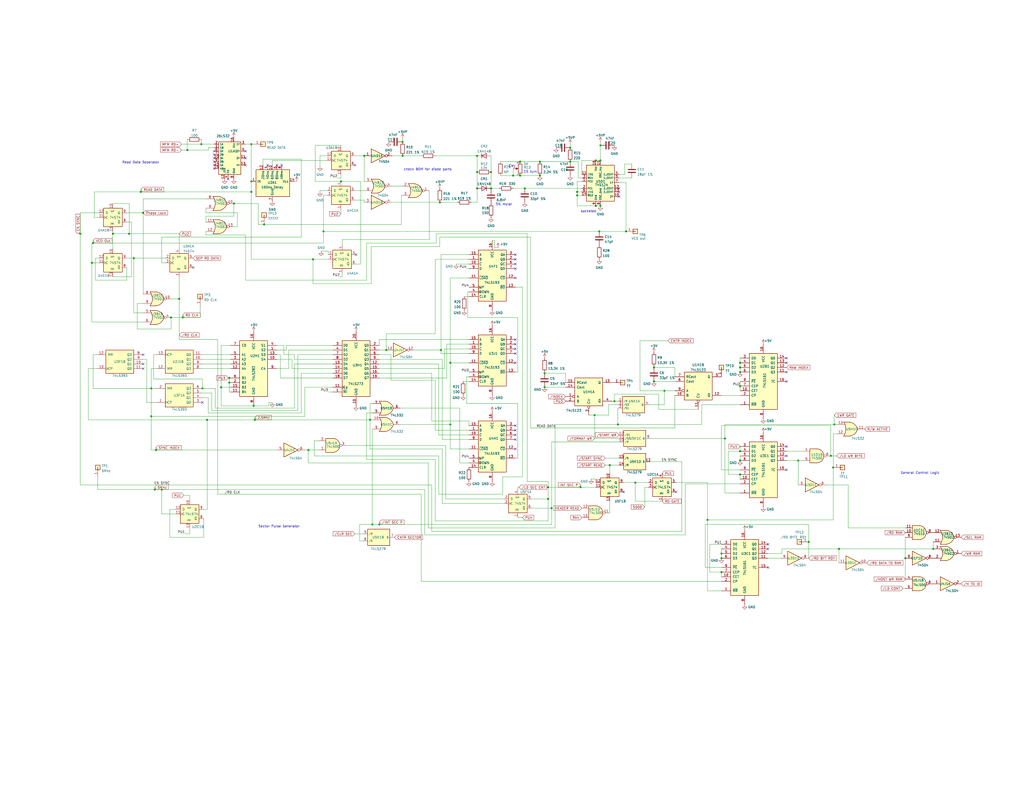
<source format=kicad_sch>
(kicad_sch (version 20230121) (generator eeschema)
  (paper "C")
  (junction (at 139.065 229.235))
  (junction (at 219.71 85.09))
  (junction (at 337.185 231.775))
  (junction (at 84.455 267.335))
  (junction (at 125.095 206.375))
  (junction (at 299.085 272.415))
  (junction (at 70.485 127.635))
  (junction (at 267.97 102.87))
  (junction (at 441.325 295.91))
  (junction (at 186.055 99.06))
  (junction (at 325.12 112.395))
  (junction (at 403.86 246.38))
  (junction (at 356.87 200.66))
  (junction (at 102.235 81.915))
  (junction (at 299.085 266.065))
  (junction (at 240.03 110.49))
  (junction (at 403.86 259.08))
  (junction (at 207.01 286.385))
  (junction (at 245.745 231.775))
  (junction (at 43.815 127.635))
  (junction (at 327.66 87.63))
  (junction (at 341.63 126.365))
  (junction (at 280.035 95.885))
  (junction (at 99.695 173.355))
  (junction (at 97.79 163.195))
  (junction (at 137.16 99.06))
  (junction (at 311.15 80.645))
  (junction (at 198.755 85.09))
  (junction (at 127.635 111.125))
  (junction (at 314.96 106.68))
  (junction (at 137.16 78.74))
  (junction (at 61.595 127.635))
  (junction (at 325.12 87.63))
  (junction (at 453.39 248.92))
  (junction (at 386.08 283.845))
  (junction (at 314.96 104.775))
  (junction (at 332.74 254))
  (junction (at 403.86 200.66))
  (junction (at 113.03 229.235))
  (junction (at 294.64 95.885))
  (junction (at 260.35 93.98))
  (junction (at 403.86 203.2))
  (junction (at 210.82 191.135))
  (junction (at 403.86 210.82))
  (junction (at 144.145 122.555))
  (junction (at 393.7 302.26))
  (junction (at 362.585 213.36))
  (junction (at 260.35 102.87))
  (junction (at 356.87 208.28))
  (junction (at 110.49 212.09))
  (junction (at 50.165 143.51))
  (junction (at 170.815 141.605))
  (junction (at 82.55 212.09))
  (junction (at 297.18 211.455))
  (junction (at 138.43 221.615))
  (junction (at 137.16 104.775))
  (junction (at 297.18 203.835))
  (junction (at 283.845 88.265))
  (junction (at 85.09 245.745))
  (junction (at 201.93 229.235))
  (junction (at 109.855 78.74))
  (junction (at 335.28 219.075))
  (junction (at 435.61 251.46))
  (junction (at 203.2 286.385))
  (junction (at 346.71 263.525))
  (junction (at 120.65 211.455))
  (junction (at 168.275 245.745))
  (junction (at 327.66 112.395))
  (junction (at 219.71 77.47))
  (junction (at 73.025 140.97))
  (junction (at 176.53 126.365))
  (junction (at 454.66 255.27))
  (junction (at 267.97 93.98))
  (junction (at 509.27 299.72))
  (junction (at 240.665 191.135))
  (junction (at 125.095 208.915))
  (junction (at 294.64 88.265))
  (junction (at 393.7 304.8))
  (junction (at 283.845 95.885))
  (junction (at 455.295 231.775))
  (junction (at 50.8 132.715))
  (junction (at 324.485 226.695))
  (junction (at 286.385 102.87))
  (junction (at 403.86 251.46))
  (junction (at 327.025 126.365))
  (junction (at 260.35 85.09))
  (junction (at 395.605 239.395))
  (junction (at 245.745 198.12))
  (junction (at 88.265 267.335))
  (junction (at 494.03 304.8))
  (junction (at 457.835 299.72))
  (junction (at 327.66 79.375))
  (junction (at 316.865 266.065))
  (junction (at 311.15 88.265))
  (junction (at 403.86 198.12))
  (junction (at 393.7 312.42))
  (junction (at 82.55 227.33))
  (junction (at 93.345 173.355))
  (junction (at 78.105 116.205))
  (junction (at 76.835 104.775))
  (junction (at 300.99 277.495))
  (no_connect (at 124.46 97.79))
  (no_connect (at 337.82 104.775))
  (no_connect (at 429.26 256.54))
  (no_connect (at 78.105 198.755))
  (no_connect (at 281.305 240.03))
  (no_connect (at 116.84 88.265))
  (no_connect (at 429.26 243.84))
  (no_connect (at 419.1 297.18))
  (no_connect (at 193.675 90.17))
  (no_connect (at 281.305 237.49))
  (no_connect (at 116.84 82.55))
  (no_connect (at 281.305 245.11))
  (no_connect (at 281.305 141.605))
  (no_connect (at 429.26 195.58))
  (no_connect (at 133.985 86.36))
  (no_connect (at 281.305 187.96))
  (no_connect (at 116.84 92.075))
  (no_connect (at 340.36 268.605))
  (no_connect (at 429.26 248.92))
  (no_connect (at 281.305 139.065))
  (no_connect (at 281.305 185.42))
  (no_connect (at 281.305 193.04))
  (no_connect (at 78.105 193.675))
  (no_connect (at 116.84 90.17))
  (no_connect (at 368.935 268.605))
  (no_connect (at 281.305 198.12))
  (no_connect (at 419.1 299.72))
  (no_connect (at 281.305 232.41))
  (no_connect (at 281.305 144.145))
  (no_connect (at 133.985 82.55))
  (no_connect (at 133.985 90.17))
  (no_connect (at 337.82 107.315))
  (no_connect (at 151.13 90.17))
  (no_connect (at 105.41 146.05))
  (no_connect (at 116.84 86.36))
  (no_connect (at 110.49 219.71))
  (no_connect (at 281.305 146.685))
  (no_connect (at 429.26 198.12))
  (no_connect (at 281.305 151.765))
  (no_connect (at 78.105 201.295))
  (no_connect (at 194.31 139.065))
  (no_connect (at 429.26 208.28))
  (no_connect (at 153.67 90.17))
  (no_connect (at 116.84 84.455))
  (no_connect (at 429.26 203.2))
  (no_connect (at 419.1 309.88))
  (no_connect (at 281.305 234.95))
  (no_connect (at 146.05 90.17))
  (no_connect (at 337.82 102.87))
  (no_connect (at 281.305 190.5))
  (wire (pts (xy 61.595 127.635) (xy 61.595 126.365)))
  (wire (pts (xy 48.26 201.295) (xy 48.26 229.235)))
  (wire (pts (xy 243.84 187.96) (xy 243.84 206.375)))
  (wire (pts (xy 397.51 259.08) (xy 397.51 246.38)))
  (wire (pts (xy 330.2 250.19) (xy 337.82 250.19)))
  (wire (pts (xy 85.09 245.745) (xy 82.55 245.745)))
  (wire (pts (xy 151.13 193.675) (xy 153.035 193.675)))
  (wire (pts (xy 83.82 207.01) (xy 83.82 193.675)))
  (wire (pts (xy 156.21 191.135) (xy 156.21 188.595)))
  (wire (pts (xy 110.49 198.755) (xy 125.73 198.755)))
  (wire (pts (xy 53.975 143.51) (xy 50.165 143.51)))
  (wire (pts (xy 441.325 286.385) (xy 384.81 286.385)))
  (wire (pts (xy 210.82 191.135) (xy 207.01 191.135)))
  (wire (pts (xy 50.8 212.09) (xy 50.8 193.675)))
  (wire (pts (xy 254.635 220.345) (xy 282.575 220.345)))
  (wire (pts (xy 157.48 191.135) (xy 181.61 191.135)))
  (wire (pts (xy 332.105 226.695) (xy 324.485 226.695)))
  (wire (pts (xy 457.835 299.72) (xy 457.835 307.34)))
  (wire (pts (xy 403.86 243.84) (xy 403.86 246.38)))
  (wire (pts (xy 110.49 217.17) (xy 113.665 217.17)))
  (wire (pts (xy 113.665 225.425) (xy 164.465 225.425)))
  (wire (pts (xy 139.065 227.965) (xy 139.065 229.235)))
  (wire (pts (xy 332.105 220.98) (xy 332.105 226.695)))
  (wire (pts (xy 287.655 127.635) (xy 287.655 262.89)))
  (wire (pts (xy 140.97 111.125) (xy 140.97 122.555)))
  (wire (pts (xy 494.03 293.37) (xy 494.03 304.8)))
  (wire (pts (xy 110.49 214.63) (xy 115.57 214.63)))
  (wire (pts (xy 239.395 269.875) (xy 274.32 269.875)))
  (wire (pts (xy 161.925 99.06) (xy 160.655 99.06)))
  (wire (pts (xy 453.39 248.92) (xy 456.565 248.92)))
  (wire (pts (xy 201.93 229.235) (xy 203.2 229.235)))
  (wire (pts (xy 316.865 266.065) (xy 299.085 266.065)))
  (wire (pts (xy 200.025 153.035) (xy 200.025 132.715)))
  (wire (pts (xy 324.485 226.695) (xy 321.31 226.695)))
  (wire (pts (xy 255.905 141.605) (xy 237.49 141.605)))
  (wire (pts (xy 403.86 208.28) (xy 403.86 210.82)))
  (wire (pts (xy 78.105 160.655) (xy 78.105 116.205)))
  (wire (pts (xy 255.905 185.42) (xy 207.01 185.42)))
  (wire (pts (xy 181.61 193.675) (xy 162.56 193.675)))
  (wire (pts (xy 178.435 104.14) (xy 174.625 104.14)))
  (wire (pts (xy 109.855 76.2) (xy 109.855 78.74)))
  (wire (pts (xy 143.51 90.17) (xy 143.51 86.995)))
  (wire (pts (xy 198.755 85.09) (xy 198.755 99.06)))
  (wire (pts (xy 102.235 81.915) (xy 113.665 81.915)))
  (wire (pts (xy 351.79 276.86) (xy 351.79 266.065)))
  (wire (pts (xy 76.835 103.505) (xy 76.835 104.775)))
  (wire (pts (xy 139.065 229.235) (xy 201.93 229.235)))
  (wire (pts (xy 231.775 292.1) (xy 374.015 292.1)))
  (wire (pts (xy 116.84 80.645) (xy 113.665 80.645)))
  (wire (pts (xy 456.565 231.775) (xy 455.295 231.775)))
  (wire (pts (xy 395.605 239.395) (xy 395.605 269.24)))
  (wire (pts (xy 300.99 277.495) (xy 300.99 241.3)))
  (wire (pts (xy 201.93 220.345) (xy 201.93 229.235)))
  (wire (pts (xy 368.935 263.525) (xy 386.08 263.525)))
  (wire (pts (xy 274.32 260.35) (xy 274.32 269.875)))
  (wire (pts (xy 196.85 144.145) (xy 194.31 144.145)))
  (wire (pts (xy 181.61 203.835) (xy 164.465 203.835)))
  (wire (pts (xy 99.06 78.74) (xy 109.855 78.74)))
  (wire (pts (xy 117.475 222.885) (xy 160.655 222.885)))
  (wire (pts (xy 300.99 241.3) (xy 337.82 241.3)))
  (wire (pts (xy 346.71 263.525) (xy 340.36 263.525)))
  (wire (pts (xy 148.59 87.63) (xy 148.59 90.17)))
  (wire (pts (xy 239.395 198.755) (xy 239.395 237.49)))
  (wire (pts (xy 50.8 193.675) (xy 52.705 193.675)))
  (wire (pts (xy 140.97 122.555) (xy 144.145 122.555)))
  (wire (pts (xy 237.49 207.645) (xy 237.49 234.95)))
  (wire (pts (xy 176.53 106.68) (xy 178.435 106.68)))
  (wire (pts (xy 242.57 201.295) (xy 207.01 201.295)))
  (wire (pts (xy 84.455 266.065) (xy 84.455 267.335)))
  (wire (pts (xy 196.215 286.385) (xy 203.2 286.385)))
  (wire (pts (xy 156.21 188.595) (xy 181.61 188.595)))
  (wire (pts (xy 285.115 260.35) (xy 285.115 156.845)))
  (wire (pts (xy 324.485 226.695) (xy 324.485 239.395)))
  (wire (pts (xy 325.12 261.62) (xy 322.58 261.62)))
  (wire (pts (xy 237.49 284.48) (xy 237.49 250.825)))
  (wire (pts (xy 403.86 195.58) (xy 403.86 198.12)))
  (wire (pts (xy 52.705 201.295) (xy 48.26 201.295)))
  (wire (pts (xy 74.93 179.705) (xy 93.345 179.705)))
  (wire (pts (xy 61.595 135.89) (xy 61.595 127.635)))
  (wire (pts (xy 332.74 254) (xy 332.74 258.445)))
  (wire (pts (xy 235.585 203.835) (xy 235.585 229.87)))
  (wire (pts (xy 349.25 186.055) (xy 364.49 186.055)))
  (wire (pts (xy 267.97 93.98) (xy 267.97 102.87)))
  (wire (pts (xy 71.755 151.13) (xy 71.755 121.285)))
  (wire (pts (xy 207.01 198.755) (xy 239.395 198.755)))
  (wire (pts (xy 492.76 321.31) (xy 494.03 321.31)))
  (wire (pts (xy 50.8 132.715) (xy 176.53 132.715)))
  (wire (pts (xy 178.435 87.63) (xy 148.59 87.63)))
  (wire (pts (xy 240.665 139.065) (xy 240.665 191.135)))
  (wire (pts (xy 198.755 109.22) (xy 193.675 109.22)))
  (wire (pts (xy 241.3 240.03) (xy 255.905 240.03)))
  (wire (pts (xy 137.16 104.775) (xy 76.835 104.775)))
  (wire (pts (xy 254.635 146.685) (xy 255.905 146.685)))
  (wire (pts (xy 70.485 127.635) (xy 61.595 127.635)))
  (wire (pts (xy 138.43 221.615) (xy 146.685 221.615)))
  (wire (pts (xy 207.01 285.115) (xy 207.01 286.385)))
  (wire (pts (xy 137.16 141.605) (xy 170.815 141.605)))
  (wire (pts (xy 386.08 263.525) (xy 386.08 283.845)))
  (wire (pts (xy 250.825 222.885) (xy 250.825 252.73)))
  (wire (pts (xy 300.99 277.495) (xy 290.195 277.495)))
  (wire (pts (xy 454.66 236.855) (xy 454.66 255.27)))
  (wire (pts (xy 289.56 233.68) (xy 368.3 233.68)))
  (wire (pts (xy 170.815 141.605) (xy 170.815 154.94)))
  (wire (pts (xy 176.53 126.365) (xy 176.53 106.68)))
  (wire (pts (xy 229.87 85.09) (xy 219.71 85.09)))
  (wire (pts (xy 393.7 312.42) (xy 387.35 312.42)))
  (wire (pts (xy 359.41 215.265) (xy 359.41 223.52)))
  (wire (pts (xy 346.71 263.525) (xy 346.71 273.685)))
  (wire (pts (xy 82.55 212.09) (xy 85.09 212.09)))
  (wire (pts (xy 71.755 121.285) (xy 69.215 121.285)))
  (wire (pts (xy 346.71 273.685) (xy 361.315 273.685)))
  (wire (pts (xy 218.44 231.775) (xy 245.745 231.775)))
  (wire (pts (xy 245.745 198.12) (xy 255.905 198.12)))
  (wire (pts (xy 111.125 278.13) (xy 113.03 278.13)))
  (wire (pts (xy 160.655 198.755) (xy 160.655 222.885)))
  (wire (pts (xy 235.585 264.795) (xy 235.585 290.195)))
  (wire (pts (xy 189.23 243.205) (xy 243.205 243.205)))
  (wire (pts (xy 332.74 254) (xy 337.82 254)))
  (wire (pts (xy 53.34 267.335) (xy 84.455 267.335)))
  (wire (pts (xy 299.085 262.89) (xy 299.085 266.065)))
  (wire (pts (xy 219.075 106.68) (xy 219.075 122.555)))
  (wire (pts (xy 283.21 266.065) (xy 282.575 266.065)))
  (wire (pts (xy 340.995 89.535) (xy 344.805 89.535)))
  (wire (pts (xy 255.905 190.5) (xy 242.57 190.5)))
  (wire (pts (xy 240.03 134.62) (xy 240.03 129.54)))
  (wire (pts (xy 110.49 193.675) (xy 125.73 193.675)))
  (wire (pts (xy 341.63 99.695) (xy 341.63 126.365)))
  (wire (pts (xy 351.79 266.065) (xy 353.695 266.065)))
  (wire (pts (xy 240.03 110.49) (xy 249.555 110.49)))
  (wire (pts (xy 198.755 110.49) (xy 198.755 109.22)))
  (wire (pts (xy 462.915 288.29) (xy 494.03 288.29)))
  (wire (pts (xy 219.71 75.565) (xy 219.71 77.47)))
  (wire (pts (xy 286.385 102.87) (xy 317.5 102.87)))
  (wire (pts (xy 241.3 274.955) (xy 274.955 274.955)))
  (wire (pts (xy 393.7 232.41) (xy 393.7 256.54)))
  (wire (pts (xy 456.565 236.855) (xy 454.66 236.855)))
  (wire (pts (xy 97.79 185.42) (xy 118.745 185.42)))
  (wire (pts (xy 255.905 205.74) (xy 254.635 205.74)))
  (wire (pts (xy 494.03 304.8) (xy 494.03 316.23)))
  (wire (pts (xy 235.585 290.195) (xy 372.11 290.195)))
  (wire (pts (xy 186.055 97.155) (xy 186.055 95.25)))
  (wire (pts (xy 120.65 221.615) (xy 138.43 221.615)))
  (wire (pts (xy 294.64 88.265) (xy 311.15 88.265)))
  (wire (pts (xy 282.575 203.2) (xy 281.305 203.2)))
  (wire (pts (xy 176.53 126.365) (xy 327.025 126.365)))
  (wire (pts (xy 280.035 92.075) (xy 280.035 95.885)))
  (wire (pts (xy 84.455 267.335) (xy 88.265 267.335)))
  (wire (pts (xy 229.87 317.5) (xy 393.7 317.5)))
  (wire (pts (xy 201.93 229.235) (xy 201.93 245.11)))
  (wire (pts (xy 111.125 293.37) (xy 111.125 283.21)))
  (wire (pts (xy 138.43 78.74) (xy 137.16 78.74)))
  (wire (pts (xy 282.575 266.065) (xy 282.575 267.335)))
  (wire (pts (xy 78.105 165.735) (xy 74.93 165.735)))
  (wire (pts (xy 201.93 245.11) (xy 241.3 245.11)))
  (wire (pts (xy 403.86 220.98) (xy 382.905 220.98)))
  (wire (pts (xy 250.825 252.73) (xy 255.905 252.73)))
  (wire (pts (xy 455.295 231.775) (xy 395.605 231.775)))
  (wire (pts (xy 97.79 127.635) (xy 97.79 135.89)))
  (wire (pts (xy 334.645 208.915) (xy 334.01 208.915)))
  (wire (pts (xy 240.03 129.54) (xy 289.56 129.54)))
  (wire (pts (xy 372.11 290.195) (xy 372.11 252.095)))
  (wire (pts (xy 120.65 211.455) (xy 120.65 188.595)))
  (wire (pts (xy 241.3 196.215) (xy 241.3 240.03)))
  (wire (pts (xy 282.575 173.355) (xy 282.575 203.2)))
  (wire (pts (xy 78.105 196.215) (xy 80.01 196.215)))
  (wire (pts (xy 51.435 118.745) (xy 53.975 118.745)))
  (wire (pts (xy 110.49 201.295) (xy 125.73 201.295)))
  (wire (pts (xy 280.035 102.87) (xy 286.385 102.87)))
  (wire (pts (xy 146.685 219.71) (xy 146.685 221.615)))
  (wire (pts (xy 337.185 231.775) (xy 302.895 231.775)))
  (wire (pts (xy 393.7 312.42) (xy 393.7 314.96)))
  (wire (pts (xy 283.845 95.885) (xy 294.64 95.885)))
  (wire (pts (xy 53.34 260.35) (xy 53.34 267.335)))
  (wire (pts (xy 349.25 213.36) (xy 349.25 186.055)))
  (wire (pts (xy 238.125 132.715) (xy 238.125 127.635)))
  (wire (pts (xy 113.665 217.17) (xy 113.665 225.425)))
  (wire (pts (xy 113.665 80.645) (xy 113.665 81.915)))
  (wire (pts (xy 198.755 85.09) (xy 193.675 85.09)))
  (wire (pts (xy 362.585 213.36) (xy 368.3 213.36)))
  (wire (pts (xy 170.815 141.605) (xy 179.07 141.605)))
  (wire (pts (xy 237.49 141.605) (xy 237.49 182.245)))
  (wire (pts (xy 172.085 79.375) (xy 172.085 99.06)))
  (wire (pts (xy 78.105 116.205) (xy 78.105 108.585)))
  (wire (pts (xy 255.905 245.11) (xy 245.745 245.11)))
  (wire (pts (xy 237.49 182.245) (xy 210.82 182.245)))
  (wire (pts (xy 113.03 229.235) (xy 113.03 278.13)))
  (wire (pts (xy 255.905 229.87) (xy 255.905 232.41)))
  (wire (pts (xy 368.3 200.66) (xy 368.3 205.74)))
  (wire (pts (xy 202.565 154.94) (xy 202.565 134.62)))
  (wire (pts (xy 354.965 239.395) (xy 395.605 239.395)))
  (wire (pts (xy 327.025 126.365) (xy 341.63 126.365)))
  (wire (pts (xy 48.26 229.235) (xy 113.03 229.235)))
  (wire (pts (xy 282.575 220.345) (xy 282.575 250.19)))
  (wire (pts (xy 393.7 299.72) (xy 393.7 302.26)))
  (wire (pts (xy 151.13 188.595) (xy 154.94 188.595)))
  (wire (pts (xy 362.585 220.98) (xy 362.585 213.36)))
  (wire (pts (xy 395.605 231.775) (xy 395.605 239.395)))
  (wire (pts (xy 70.485 111.125) (xy 70.485 127.635)))
  (wire (pts (xy 419.1 302.26) (xy 426.72 302.26)))
  (wire (pts (xy 78.105 170.815) (xy 73.025 170.815)))
  (wire (pts (xy 311.15 88.265) (xy 315.595 88.265)))
  (wire (pts (xy 52.07 140.97) (xy 52.07 153.035)))
  (wire (pts (xy 255.905 187.96) (xy 243.84 187.96)))
  (wire (pts (xy 231.775 267.335) (xy 231.775 292.1)))
  (wire (pts (xy 457.835 299.72) (xy 509.27 299.72)))
  (wire (pts (xy 157.48 201.295) (xy 157.48 191.135)))
  (wire (pts (xy 129.54 116.205) (xy 129.54 123.825)))
  (wire (pts (xy 300.99 277.495) (xy 300.99 286.385)))
  (wire (pts (xy 317.5 87.63) (xy 325.12 87.63)))
  (wire (pts (xy 160.655 193.675) (xy 160.655 196.215)))
  (wire (pts (xy 274.32 260.35) (xy 285.115 260.35)))
  (wire (pts (xy 76.835 104.775) (xy 51.435 104.775)))
  (wire (pts (xy 207.01 286.385) (xy 300.99 286.385)))
  (wire (pts (xy 133.985 128.27) (xy 133.985 153.035)))
  (wire (pts (xy 207.01 203.835) (xy 235.585 203.835)))
  (wire (pts (xy 78.105 116.205) (xy 69.215 116.205)))
  (wire (pts (xy 176.53 132.715) (xy 176.53 126.365)))
  (wire (pts (xy 109.855 78.74) (xy 116.84 78.74)))
  (wire (pts (xy 237.49 234.95) (xy 255.905 234.95)))
  (wire (pts (xy 173.99 240.665) (xy 171.45 240.665)))
  (wire (pts (xy 435.61 251.46) (xy 435.61 264.795)))
  (wire (pts (xy 335.28 219.075) (xy 337.185 219.075)))
  (wire (pts (xy 61.595 151.13) (xy 71.755 151.13)))
  (wire (pts (xy 80.01 196.215) (xy 80.01 219.71)))
  (wire (pts (xy 243.205 243.205) (xy 243.205 272.415)))
  (wire (pts (xy 127.635 111.125) (xy 127.635 118.11)))
  (wire (pts (xy 314.96 104.775) (xy 317.5 104.775)))
  (wire (pts (xy 162.56 193.675) (xy 162.56 224.155)))
  (wire (pts (xy 453.39 248.92) (xy 453.39 232.41)))
  (wire (pts (xy 327.66 87.63) (xy 327.66 79.375)))
  (wire (pts (xy 283.845 88.265) (xy 294.64 88.265)))
  (wire (pts (xy 82.55 227.33) (xy 82.55 245.745)))
  (wire (pts (xy 349.25 213.36) (xy 362.585 213.36)))
  (wire (pts (xy 154.94 193.675) (xy 160.655 193.675)))
  (wire (pts (xy 325.12 87.63) (xy 327.66 87.63)))
  (wire (pts (xy 88.265 267.335) (xy 231.775 267.335)))
  (wire (pts (xy 203.2 220.345) (xy 201.93 220.345)))
  (wire (pts (xy 179.07 139.065) (xy 179.07 137.16)))
  (wire (pts (xy 372.11 252.095) (xy 354.965 252.095)))
  (wire (pts (xy 356.87 208.28) (xy 368.3 208.28)))
  (wire (pts (xy 272.415 102.87) (xy 267.97 102.87)))
  (wire (pts (xy 100.33 270.51) (xy 103.505 270.51)))
  (wire (pts (xy 115.57 224.155) (xy 162.56 224.155)))
  (wire (pts (xy 245.745 198.12) (xy 245.745 231.775)))
  (wire (pts (xy 455.295 226.695) (xy 455.295 231.775)))
  (wire (pts (xy 151.13 245.745) (xy 85.09 245.745)))
  (wire (pts (xy 403.86 198.12) (xy 403.86 200.66)))
  (wire (pts (xy 330.2 254) (xy 332.74 254)))
  (wire (pts (xy 218.44 222.885) (xy 250.825 222.885)))
  (wire (pts (xy 181.61 198.755) (xy 160.655 198.755)))
  (wire (pts (xy 255.905 151.765) (xy 245.745 151.765)))
  (wire (pts (xy 186.055 80.01) (xy 186.055 79.375)))
  (wire (pts (xy 154.94 188.595) (xy 154.94 193.675)))
  (wire (pts (xy 382.905 231.775) (xy 337.185 231.775)))
  (wire (pts (xy 100.965 291.465) (xy 103.505 291.465)))
  (wire (pts (xy 252.73 208.28) (xy 255.905 208.28)))
  (wire (pts (xy 95.885 278.13) (xy 92.71 278.13)))
  (wire (pts (xy 88.265 129.54) (xy 164.465 129.54)))
  (wire (pts (xy 382.905 220.98) (xy 382.905 231.775)))
  (wire (pts (xy 97.79 163.195) (xy 93.345 163.195)))
  (wire (pts (xy 241.3 245.11) (xy 241.3 274.955)))
  (wire (pts (xy 151.13 201.295) (xy 157.48 201.295)))
  (wire (pts (xy 285.115 282.575) (xy 282.575 282.575)))
  (wire (pts (xy 127.635 111.125) (xy 140.97 111.125)))
  (wire (pts (xy 120.65 221.615) (xy 120.65 211.455)))
  (wire (pts (xy 213.995 110.49) (xy 240.03 110.49)))
  (wire (pts (xy 255.27 159.385) (xy 255.27 173.355)))
  (wire (pts (xy 426.72 299.72) (xy 457.835 299.72)))
  (wire (pts (xy 74.93 165.735) (xy 74.93 179.705)))
  (wire (pts (xy 179.07 137.16) (xy 175.26 137.16)))
  (wire (pts (xy 70.485 127.635) (xy 97.79 127.635)))
  (wire (pts (xy 426.085 304.8) (xy 419.1 304.8)))
  (wire (pts (xy 97.79 163.195) (xy 97.79 185.42)))
  (wire (pts (xy 393.7 215.9) (xy 403.86 215.9)))
  (wire (pts (xy 297.18 203.835) (xy 308.61 203.835)))
  (wire (pts (xy 99.06 81.915) (xy 102.235 81.915)))
  (wire (pts (xy 403.86 248.92) (xy 403.86 251.46)))
  (wire (pts (xy 153.035 206.375) (xy 181.61 206.375)))
  (wire (pts (xy 50.165 132.715) (xy 50.165 143.51)))
  (wire (pts (xy 133.985 153.035) (xy 200.025 153.035)))
  (wire (pts (xy 219.71 85.09) (xy 213.995 85.09)))
  (wire (pts (xy 93.345 173.355) (xy 99.695 173.355)))
  (wire (pts (xy 172.085 99.06) (xy 186.055 99.06)))
  (wire (pts (xy 260.35 93.98) (xy 260.35 85.09)))
  (wire (pts (xy 50.165 132.715) (xy 50.8 132.715)))
  (wire (pts (xy 125.095 208.915) (xy 125.73 208.915)))
  (wire (pts (xy 441.325 295.91) (xy 441.325 286.385)))
  (wire (pts (xy 82.55 227.33) (xy 166.37 227.33)))
  (wire (pts (xy 112.395 116.205) (xy 129.54 116.205)))
  (wire (pts (xy 186.69 130.81) (xy 186.69 133.985)))
  (wire (pts (xy 435.61 251.46) (xy 429.26 251.46)))
  (wire (pts (xy 317.5 95.25) (xy 317.5 87.63)))
  (wire (pts (xy 239.395 248.92) (xy 239.395 269.875)))
  (wire (pts (xy 125.095 208.915) (xy 125.095 213.995)))
  (wire (pts (xy 143.51 86.995) (xy 164.465 86.995)))
  (wire (pts (xy 403.86 259.08) (xy 397.51 259.08)))
  (wire (pts (xy 374.015 292.1) (xy 374.015 264.16)))
  (wire (pts (xy 78.105 175.895) (xy 50.165 175.895)))
  (wire (pts (xy 314.96 106.68) (xy 314.96 112.395)))
  (wire (pts (xy 171.45 248.92) (xy 239.395 248.92)))
  (wire (pts (xy 103.505 291.465) (xy 103.505 288.29)))
  (wire (pts (xy 316.865 264.795) (xy 316.865 266.065)))
  (wire (pts (xy 248.92 144.145) (xy 255.905 144.145)))
  (wire (pts (xy 454.66 283.845) (xy 386.08 283.845)))
  (wire (pts (xy 384.81 286.385) (xy 384.81 309.88)))
  (wire (pts (xy 137.16 78.74) (xy 137.16 99.06)))
  (wire (pts (xy 386.08 283.845) (xy 386.08 322.58)))
  (wire (pts (xy 151.13 191.135) (xy 156.21 191.135)))
  (wire (pts (xy 311.15 78.74) (xy 311.15 80.645)))
  (wire (pts (xy 240.665 139.065) (xy 255.905 139.065)))
  (wire (pts (xy 387.35 297.18) (xy 393.7 297.18)))
  (wire (pts (xy 110.49 207.01) (xy 110.49 212.09)))
  (wire (pts (xy 210.82 182.245) (xy 210.82 191.135)))
  (wire (pts (xy 125.73 211.455) (xy 120.65 211.455)))
  (wire (pts (xy 285.115 156.845) (xy 281.305 156.845)))
  (wire (pts (xy 168.275 245.745) (xy 173.99 245.745)))
  (wire (pts (xy 153.035 193.675) (xy 153.035 206.375)))
  (wire (pts (xy 240.665 191.135) (xy 240.665 193.04)))
  (wire (pts (xy 90.17 143.51) (xy 88.265 143.51)))
  (wire (pts (xy 200.025 132.715) (xy 238.125 132.715)))
  (wire (pts (xy 125.095 206.375) (xy 125.095 208.915)))
  (wire (pts (xy 314.96 106.68) (xy 317.5 106.68)))
  (wire (pts (xy 198.12 295.275) (xy 196.215 295.275)))
  (wire (pts (xy 325.12 263.525) (xy 325.12 261.62)))
  (wire (pts (xy 88.265 143.51) (xy 88.265 129.54)))
  (wire (pts (xy 267.97 85.09) (xy 267.97 93.98)))
  (wire (pts (xy 255.27 173.355) (xy 282.575 173.355)))
  (wire (pts (xy 160.655 196.215) (xy 181.61 196.215)))
  (wire (pts (xy 184.15 97.155) (xy 186.055 97.155)))
  (wire (pts (xy 403.86 200.66) (xy 403.86 203.2)))
  (wire (pts (xy 335.28 215.265) (xy 359.41 215.265)))
  (wire (pts (xy 315.595 97.155) (xy 315.595 88.265)))
  (wire (pts (xy 462.915 264.795) (xy 450.85 264.795)))
  (wire (pts (xy 151.13 196.215) (xy 159.385 196.215)))
  (wire (pts (xy 99.695 173.355) (xy 109.22 173.355)))
  (wire (pts (xy 93.345 179.705) (xy 93.345 173.355)))
  (wire (pts (xy 125.095 206.375) (xy 125.73 206.375)))
  (wire (pts (xy 102.235 76.2) (xy 102.235 81.915)))
  (wire (pts (xy 186.055 79.375) (xy 172.085 79.375)))
  (wire (pts (xy 137.16 104.775) (xy 137.16 141.605)))
  (wire (pts (xy 168.275 245.745) (xy 168.275 252.73)))
  (wire (pts (xy 219.075 101.6) (xy 213.995 101.6)))
  (wire (pts (xy 344.805 97.155) (xy 337.82 97.155)))
  (wire (pts (xy 299.085 266.065) (xy 299.085 272.415)))
  (wire (pts (xy 308.61 203.835) (xy 308.61 208.915)))
  (wire (pts (xy 302.895 231.775) (xy 302.895 288.29)))
  (wire (pts (xy 441.325 295.91) (xy 441.325 304.8)))
  (wire (pts (xy 269.875 131.445) (xy 269.875 135.255)))
  (wire (pts (xy 164.465 86.995) (xy 164.465 129.54)))
  (wire (pts (xy 112.395 128.27) (xy 133.985 128.27)))
  (wire (pts (xy 61.595 111.125) (xy 70.485 111.125)))
  (wire (pts (xy 509.27 295.91) (xy 509.27 299.72)))
  (wire (pts (xy 356.87 200.025) (xy 356.87 200.66)))
  (wire (pts (xy 368.3 233.68) (xy 368.3 215.9)))
  (wire (pts (xy 166.37 227.33) (xy 166.37 211.455)))
  (wire (pts (xy 334.01 219.075) (xy 335.28 219.075)))
  (wire (pts (xy 245.745 231.775) (xy 245.745 245.11)))
  (wire (pts (xy 198.755 104.14) (xy 193.675 104.14)))
  (wire (pts (xy 324.485 239.395) (xy 337.82 239.395)))
  (wire (pts (xy 82.55 212.09) (xy 82.55 227.33)))
  (wire (pts (xy 193.675 291.465) (xy 198.12 291.465)))
  (wire (pts (xy 353.695 263.525) (xy 346.71 263.525)))
  (wire (pts (xy 273.05 88.265) (xy 283.845 88.265)))
  (wire (pts (xy 332.74 273.685) (xy 332.74 280.035)))
  (wire (pts (xy 112.395 118.11) (xy 112.395 121.285)))
  (wire (pts (xy 235.585 229.87) (xy 255.905 229.87)))
  (wire (pts (xy 267.97 102.87) (xy 267.97 103.505)))
  (wire (pts (xy 148.59 219.71) (xy 146.685 219.71)))
  (wire (pts (xy 237.49 250.825) (xy 200.025 250.825)))
  (wire (pts (xy 462.915 264.795) (xy 462.915 288.29)))
  (wire (pts (xy 164.465 203.835) (xy 164.465 225.425)))
  (wire (pts (xy 269.875 135.255) (xy 271.78 135.255)))
  (wire (pts (xy 359.41 223.52) (xy 381 223.52)))
  (wire (pts (xy 403.86 210.82) (xy 403.86 213.36)))
  (wire (pts (xy 113.03 229.235) (xy 139.065 229.235)))
  (wire (pts (xy 103.505 270.51) (xy 103.505 273.05)))
  (wire (pts (xy 95.885 280.67) (xy 88.265 280.67)))
  (wire (pts (xy 253.365 161.925) (xy 255.905 161.925)))
  (wire (pts (xy 260.35 110.49) (xy 260.35 102.87)))
  (wire (pts (xy 337.82 95.25) (xy 340.995 95.25)))
  (wire (pts (xy 395.605 269.24) (xy 403.86 269.24)))
  (wire (pts (xy 43.815 116.205) (xy 43.815 127.635)))
  (wire (pts (xy 454.66 255.27) (xy 454.66 283.845)))
  (wire (pts (xy 273.05 95.885) (xy 280.035 95.885)))
  (wire (pts (xy 99.695 172.085) (xy 99.695 173.355)))
  (wire (pts (xy 127.635 118.11) (xy 112.395 118.11)))
  (wire (pts (xy 110.49 212.09) (xy 117.475 212.09)))
  (wire (pts (xy 174.625 90.805) (xy 174.625 85.09)))
  (wire (pts (xy 317.5 97.155) (xy 315.595 97.155)))
  (wire (pts (xy 387.35 312.42) (xy 387.35 297.18)))
  (wire (pts (xy 327.66 77.47) (xy 327.66 79.375)))
  (wire (pts (xy 200.025 225.425) (xy 200.025 250.825)))
  (wire (pts (xy 159.385 201.295) (xy 181.61 201.295)))
  (wire (pts (xy 243.84 206.375) (xy 207.01 206.375)))
  (wire (pts (xy 80.01 219.71) (xy 85.09 219.71)))
  (wire (pts (xy 137.16 99.06) (xy 137.16 104.775)))
  (wire (pts (xy 243.205 272.415) (xy 274.955 272.415)))
  (wire (pts (xy 426.72 302.26) (xy 426.72 299.72)))
  (wire (pts (xy 314.96 112.395) (xy 325.12 112.395)))
  (wire (pts (xy 239.395 237.49) (xy 255.905 237.49)))
  (wire (pts (xy 257.175 110.49) (xy 260.35 110.49)))
  (wire (pts (xy 337.185 220.98) (xy 332.105 220.98)))
  (wire (pts (xy 179.07 213.995) (xy 181.61 213.995)))
  (wire (pts (xy 374.015 264.16) (xy 403.86 264.16)))
  (wire (pts (xy 299.085 272.415) (xy 299.085 284.48)))
  (wire (pts (xy 43.815 127.635) (xy 43.815 264.795)))
  (wire (pts (xy 120.65 188.595) (xy 125.73 188.595)))
  (wire (pts (xy 53.975 116.205) (xy 43.815 116.205)))
  (wire (pts (xy 240.665 191.135) (xy 226.06 191.135)))
  (wire (pts (xy 196.215 295.275) (xy 196.215 286.385)))
  (wire (pts (xy 92.71 293.37) (xy 111.125 293.37)))
  (wire (pts (xy 242.57 190.5) (xy 242.57 201.295)))
  (wire (pts (xy 302.895 288.29) (xy 233.68 288.29)))
  (wire (pts (xy 174.625 85.09) (xy 178.435 85.09)))
  (wire (pts (xy 356.87 200.66) (xy 368.3 200.66)))
  (wire (pts (xy 186.69 130.81) (xy 234.315 130.81)))
  (wire (pts (xy 289.56 129.54) (xy 289.56 233.68)))
  (wire (pts (xy 82.55 212.09) (xy 50.8 212.09)))
  (wire (pts (xy 117.475 212.09) (xy 117.475 222.885)))
  (wire (pts (xy 213.36 193.675) (xy 213.36 207.645)))
  (wire (pts (xy 133.985 78.74) (xy 137.16 78.74)))
  (wire (pts (xy 255.905 159.385) (xy 255.27 159.385)))
  (wire (pts (xy 171.45 240.665) (xy 171.45 248.92)))
  (wire (pts (xy 207.01 193.675) (xy 213.36 193.675)))
  (wire (pts (xy 337.82 99.695) (xy 341.63 99.695)))
  (wire (pts (xy 207.01 185.42) (xy 207.01 188.595)))
  (wire (pts (xy 299.085 272.415) (xy 290.195 272.415)))
  (wire (pts (xy 438.15 251.46) (xy 435.61 251.46)))
  (wire (pts (xy 254.635 205.74) (xy 254.635 220.345)))
  (wire (pts (xy 50.8 131.445) (xy 50.8 132.715)))
  (wire (pts (xy 314.96 99.06) (xy 314.96 104.775)))
  (wire (pts (xy 280.035 95.885) (xy 283.845 95.885)))
  (wire (pts (xy 78.105 108.585) (xy 112.395 108.585)))
  (wire (pts (xy 393.7 256.54) (xy 403.86 256.54)))
  (wire (pts (xy 83.82 207.01) (xy 110.49 207.01)))
  (wire (pts (xy 144.145 122.555) (xy 219.075 122.555)))
  (wire (pts (xy 118.745 185.42) (xy 118.745 269.875)))
  (wire (pts (xy 185.42 151.13) (xy 186.69 151.13)))
  (wire (pts (xy 238.125 127.635) (xy 287.655 127.635)))
  (wire (pts (xy 168.275 252.73) (xy 233.68 252.73)))
  (wire (pts (xy 92.71 278.13) (xy 92.71 293.37)))
  (wire (pts (xy 159.385 196.215) (xy 159.385 201.295)))
  (wire (pts (xy 325.12 112.395) (xy 327.66 112.395)))
  (wire (pts (xy 90.17 140.97) (xy 73.025 140.97)))
  (wire (pts (xy 186.055 99.06) (xy 196.85 99.06)))
  (wire (pts (xy 213.36 207.645) (xy 237.49 207.645)))
  (wire (pts (xy 51.435 104.775) (xy 51.435 118.745)))
  (wire (pts (xy 438.15 246.38) (xy 429.26 246.38)))
  (wire (pts (xy 337.185 222.885) (xy 337.185 231.775)))
  (wire (pts (xy 255.905 193.04) (xy 240.665 193.04)))
  (wire (pts (xy 42.545 127.635) (xy 43.815 127.635)))
  (wire (pts (xy 109.22 173.355) (xy 109.22 167.005)))
  (wire (pts (xy 325.12 266.065) (xy 316.865 266.065)))
  (wire (pts (xy 166.37 211.455) (xy 181.61 211.455)))
  (wire (pts (xy 453.39 232.41) (xy 393.7 232.41)))
  (wire (pts (xy 97.79 151.13) (xy 97.79 163.195)))
  (wire (pts (xy 354.33 220.98) (xy 362.585 220.98)))
  (wire (pts (xy 170.815 154.94) (xy 202.565 154.94)))
  (wire (pts (xy 282.575 250.19) (xy 281.305 250.19)))
  (wire (pts (xy 297.18 203.2) (xy 297.18 203.835)))
  (wire (pts (xy 85.09 244.475) (xy 85.09 245.745)))
  (wire (pts (xy 118.745 269.875) (xy 229.87 269.875)))
  (wire (pts (xy 384.81 309.88) (xy 393.7 309.88)))
  (wire (pts (xy 287.655 262.89) (xy 299.085 262.89)))
  (wire (pts (xy 124.46 206.375) (xy 125.095 206.375)))
  (wire (pts (xy 203.2 234.315) (xy 203.2 286.385)))
  (wire (pts (xy 110.49 196.215) (xy 125.73 196.215)))
  (wire (pts (xy 125.095 213.995) (xy 125.73 213.995)))
  (wire (pts (xy 260.35 93.98) (xy 260.35 102.87)))
  (wire (pts (xy 260.35 85.09) (xy 237.49 85.09)))
  (wire (pts (xy 186.055 116.84) (xy 186.055 114.3)))
  (wire (pts (xy 317.5 99.06) (xy 314.96 99.06)))
  (wire (pts (xy 335.28 219.075) (xy 335.28 215.265)))
  (wire (pts (xy 314.96 104.775) (xy 314.96 106.68)))
  (wire (pts (xy 203.2 225.425) (xy 200.025 225.425)))
  (wire (pts (xy 43.815 264.795) (xy 235.585 264.795)))
  (wire (pts (xy 386.08 322.58) (xy 393.7 322.58)))
  (wire (pts (xy 233.68 288.29) (xy 233.68 252.73)))
  (wire (pts (xy 85.09 201.295) (xy 82.55 201.295)))
  (wire (pts (xy 52.07 153.035) (xy 69.215 153.035)))
  (wire (pts (xy 207.01 196.215) (xy 241.3 196.215)))
  (wire (pts (xy 166.37 245.745) (xy 168.275 245.745)))
  (wire (pts (xy 397.51 246.38) (xy 403.86 246.38)))
  (wire (pts (xy 186.69 151.13) (xy 186.69 149.225)))
  (wire (pts (xy 69.215 153.035) (xy 69.215 146.05)))
  (wire (pts (xy 73.025 140.97) (xy 69.215 140.97)))
  (wire (pts (xy 268.605 131.445) (xy 269.875 131.445)))
  (wire (pts (xy 297.18 211.455) (xy 308.61 211.455)))
  (wire (pts (xy 174.625 104.14) (xy 174.625 104.775)))
  (wire (pts (xy 234.315 104.14) (xy 234.315 130.81)))
  (wire (pts (xy 403.86 259.08) (xy 403.86 261.62)))
  (wire (pts (xy 88.265 280.67) (xy 88.265 267.335)))
  (wire (pts (xy 129.54 123.825) (xy 127.635 123.825)))
  (wire (pts (xy 82.55 201.295) (xy 82.55 212.09)))
  (wire (pts (xy 203.2 286.385) (xy 207.01 286.385)))
  (wire (pts (xy 245.745 151.765) (xy 245.745 198.12)))
  (wire (pts (xy 50.165 143.51) (xy 50.165 175.895)))
  (wire (pts (xy 115.57 214.63) (xy 115.57 224.155)))
  (wire (pts (xy 83.82 193.675) (xy 85.09 193.675)))
  (wire (pts (xy 299.085 284.48) (xy 237.49 284.48)))
  (wire (pts (xy 196.85 99.06) (xy 196.85 144.145)))
  (wire (pts (xy 112.395 113.665) (xy 112.395 116.205)))
  (wire (pts (xy 340.995 95.25) (xy 340.995 89.535)))
  (wire (pts (xy 229.87 269.875) (xy 229.87 317.5)))
  (wire (pts (xy 112.395 126.365) (xy 112.395 128.27)))
  (wire (pts (xy 53.975 140.97) (xy 52.07 140.97)))
  (wire (pts (xy 73.025 170.815) (xy 73.025 140.97)))
  (wire (pts (xy 202.565 134.62) (xy 240.03 134.62)))
  (wire (pts (xy 393.7 302.26) (xy 393.7 304.8)))
  (text "General Control Logic" (at 491.49 259.08 0) (effects (font (size 1.27 1.27)) (justify left bottom)))
  (text "15 turn" (at 285.75 94.615 0) (effects (font (size 1.27 1.27)) (justify left bottom)))
  (text "Sector Pulse Generator" (at 140.97 288.29 0) (effects (font (size 1.27 1.27)) (justify left bottom)))
  (text "CW" (at 277.495 91.44 0) (effects (font (size 1.27 1.27)) (justify left bottom)))
  (text "5% mylar" (at 270.51 112.395 0) (effects (font (size 1.27 1.27)) (justify left bottom)))
  (text "Read Data Seperator" (at 66.675 89.535 0) (effects (font (size 1.27 1.27)) (justify left bottom)))
  (text "socketed" (at 316.865 116.205 0) (effects (font (size 1.27 1.27)) (justify left bottom)))
  (text "check BOM for diode parts\n" (at 220.345 93.345 0) (effects (font (size 1.27 1.27)) (justify left bottom)))
  (label "PU4" (at 254.635 146.685 180))
  (label "PU3" (at 179.07 213.995 180))
  (label "PU1" (at 100.965 291.465 180))
  (label "PU2" (at 184.15 97.155 180))
  (label "EN SYNC" (at 369.57 252.095 180))
  (label "READ DATA" (at 292.735 233.68 0))
  (label "{slash}RD CLK" (at 122.555 269.875 0))
  (label "PU1" (at 389.89 297.18 0))
  (label "PU4" (at 255.905 250.19 180))
  (label "PU2" (at 185.42 151.13 180))
  (label "PU3" (at 255.905 203.2 180))
  (label "EN SYNC" (at 92.71 264.795 180))
  (label "PU4" (at 255.905 156.845 180))
  (label "PU2" (at 403.86 210.82 180))
  (global_label "PU3" (shape input) (at 124.46 206.375 180) (property "Intersheetrefs" "${INTERSHEET_REFS}" (effects hide)))
  (global_label "MFM RD-" (shape input) (at 99.06 81.915 180) (property "Intersheetrefs" "${INTERSHEET_REFS}" (effects hide)))
  (global_label "PU2" (shape input) (at 97.79 127.635 0) (property "Intersheetrefs" "${INTERSHEET_REFS}" (effects hide)))
  (global_label "HEADER READ" (shape input) (at 317.5 277.495 180) (property "Intersheetrefs" "${INTERSHEET_REFS}" (effects hide)))
  (global_label "{slash}HOST WR RAM" (shape input) (at 494.03 316.23 180) (property "Intersheetrefs" "${INTERSHEET_REFS}" (effects hide)))
  (global_label "CNTR SECTOR" (shape input) (at 215.265 293.37 0) (property "Intersheetrefs" "${INTERSHEET_REFS}" (effects hide)))
  (global_label "INT SEC P" (shape input) (at 316.865 264.795 180) (property "Intersheetrefs" "${INTERSHEET_REFS}" (effects hide)))
  (global_label "{slash}WR RAM" (shape input) (at 524.51 302.26 0) (property "Intersheetrefs" "${INTERSHEET_REFS}" (effects hide)))
  (global_label "{slash}LD WR BYTE" (shape input) (at 456.565 248.92 0) (property "Intersheetrefs" "${INTERSHEET_REFS}" (effects hide)))
  (global_label "PU1" (shape input) (at 361.315 258.445 0) (property "Intersheetrefs" "${INTERSHEET_REFS}" (effects hide)))
  (global_label "PU4" (shape input) (at 285.115 282.575 0) (property "Intersheetrefs" "${INTERSHEET_REFS}" (effects hide)))
  (global_label "{slash}FORMAT WR" (shape input) (at 324.485 239.395 180) (property "Intersheetrefs" "${INTERSHEET_REFS}" (effects hide)))
  (global_label "R{slash}W ACTIVE" (shape input) (at 471.805 234.315 0) (property "Intersheetrefs" "${INTERSHEET_REFS}" (effects hide)))
  (global_label "{slash}RD CLK" (shape input) (at 97.79 182.88 0) (property "Intersheetrefs" "${INTERSHEET_REFS}" (effects hide)))
  (global_label "{slash}CLR SEC" (shape input) (at 193.675 291.465 180) (property "Intersheetrefs" "${INTERSHEET_REFS}" (effects hide)))
  (global_label "RD GATE" (shape input) (at 361.315 273.685 0) (property "Intersheetrefs" "${INTERSHEET_REFS}" (effects hide)))
  (global_label "{slash}RD RAM" (shape input) (at 494.03 290.83 180) (property "Intersheetrefs" "${INTERSHEET_REFS}" (effects hide)))
  (global_label "{slash}INT SEC P" (shape input) (at 207.01 285.115 0) (property "Intersheetrefs" "${INTERSHEET_REFS}" (effects hide)))
  (global_label "{slash}LD CONT" (shape input) (at 492.76 321.31 180) (property "Intersheetrefs" "${INTERSHEET_REFS}" (effects hide)))
  (global_label "EN SYNC" (shape input) (at 42.545 127.635 90) (property "Intersheetrefs" "${INTERSHEET_REFS}" (effects hide)))
  (global_label "PU3" (shape input) (at 308.61 219.075 180) (property "Intersheetrefs" "${INTERSHEET_REFS}" (effects hide)))
  (global_label "MFM RD+" (shape input) (at 99.06 78.74 180) (property "Intersheetrefs" "${INTERSHEET_REFS}" (effects hide)))
  (global_label "{slash}H TO ID" (shape input) (at 524.51 318.77 0) (property "Intersheetrefs" "${INTERSHEET_REFS}" (effects hide)))
  (global_label "RAW INDEX" (shape input) (at 429.26 200.66 0) (property "Intersheetrefs" "${INTERSHEET_REFS}" (effects hide)))
  (global_label "{slash}LD SEC CNT" (shape input) (at 283.21 266.065 0) (property "Intersheetrefs" "${INTERSHEET_REFS}" (effects hide)))
  (global_label "RD CLK" (shape input) (at 99.695 172.085 0) (property "Intersheetrefs" "${INTERSHEET_REFS}" (effects hide)))
  (global_label "{slash}START SYNC" (shape input) (at 330.2 250.19 180) (property "Intersheetrefs" "${INTERSHEET_REFS}" (effects hide)))
  (global_label "2.5Mhz" (shape input) (at 139.065 227.965 0) (property "Intersheetrefs" "${INTERSHEET_REFS}" (effects hide)))
  (global_label "{slash}START WR" (shape input) (at 337.82 237.49 180) (property "Intersheetrefs" "${INTERSHEET_REFS}" (effects hide)))
  (global_label "{slash}RD DATA TO RAM" (shape input) (at 473.075 307.34 0) (property "Intersheetrefs" "${INTERSHEET_REFS}" (effects hide)))
  (global_label "PU1" (shape input) (at 403.86 243.84 180) (property "Intersheetrefs" "${INTERSHEET_REFS}" (effects hide)))
  (global_label "{slash}START READ" (shape input) (at 330.2 254 180) (property "Intersheetrefs" "${INTERSHEET_REFS}" (effects hide)))
  (global_label "SD00" (shape input) (at 351.79 276.86 180) (property "Intersheetrefs" "${INTERSHEET_REFS}" (effects hide)))
  (global_label "Phase Lock" (shape input) (at 78.105 116.205 0) (property "Intersheetrefs" "${INTERSHEET_REFS}" (effects hide)))
  (global_label "1WR GATE" (shape input) (at 455.295 226.695 0) (property "Intersheetrefs" "${INTERSHEET_REFS}" (effects hide)))
  (global_label "{slash}INDEX" (shape input) (at 308.61 216.535 180) (property "Intersheetrefs" "${INTERSHEET_REFS}" (effects hide)))
  (global_label "RA4" (shape input) (at 317.5 282.575 180) (property "Intersheetrefs" "${INTERSHEET_REFS}" (effects hide)))
  (global_label "SEP RD DATA" (shape input) (at 105.41 140.97 0) (property "Intersheetrefs" "${INTERSHEET_REFS}" (effects hide)))
  (global_label "{slash}RD BYT RDY" (shape input) (at 441.325 304.8 0) (property "Intersheetrefs" "${INTERSHEET_REFS}" (effects hide)))
  (global_label "READ DATA" (shape input) (at 76.835 103.505 0) (property "Intersheetrefs" "${INTERSHEET_REFS}" (effects hide)))
  (global_label "PU2" (shape input) (at 186.055 116.84 180) (property "Intersheetrefs" "${INTERSHEET_REFS}" (effects hide)))
  (global_label "SYNC INDEX" (shape input) (at 85.09 244.475 0) (property "Intersheetrefs" "${INTERSHEET_REFS}" (effects hide)))
  (global_label "PU1" (shape input) (at 100.33 270.51 180) (property "Intersheetrefs" "${INTERSHEET_REFS}" (effects hide)))
  (global_label "CNTR INDEX" (shape input) (at 364.49 186.055 0) (property "Intersheetrefs" "${INTERSHEET_REFS}" (effects hide)))
  (global_label "5MHz" (shape input) (at 84.455 266.065 0) (property "Intersheetrefs" "${INTERSHEET_REFS}" (effects hide)))
  (global_label "{slash}SEL RAM" (shape input) (at 524.51 293.37 0) (property "Intersheetrefs" "${INTERSHEET_REFS}" (effects hide)))
  (global_label "VCO Out" (shape input) (at 50.8 131.445 0) (property "Intersheetrefs" "${INTERSHEET_REFS}" (effects hide)))
  (symbol (lib_id "Device:C") (at 307.34 80.645 270) (unit 1)
    (property "Reference" "C18" (at 302.895 79.375 90) (effects (justify left)))
    (property "Value" "47nF" (at 303.53 76.835 90) (effects (justify left)))
    (property "Footprint" "Capacitor_THT:C_Disc_D10.0mm_W2.5mm_P5.00mm" (effects hide))
  )
  (symbol (lib_id "74xx:74LS74") (at 97.79 143.51 0) (unit 1)
    (property "Reference" "U3A1" (at 99.8094 134.4635 0) (effects (justify left)))
    (property "Value" "74S74" (at 99.8094 137.2386 0) (effects (justify left)))
    (property "Footprint" "Package_DIP:DIP-14_W7.62mm" (effects hide))
    (property "Datasheet" "74xx/74hc_hct74.pdf" (effects hide))
  )
  (symbol (lib_id "Device:R") (at 356.87 196.215 0) (unit 1)
    (property "Reference" "R9" (at 358.648 195.3065 0) (effects (justify left)))
    (property "Value" "13.3K 1%" (at 358.648 198.0816 0) (effects (justify left)))
    (property "Footprint" "Resistor_THT:R_Axial_DIN0207_L6.3mm_D2.5mm_P15.24mm_Horizontal" (effects hide))
  )
  (symbol (lib_id "74xx:74LS393") (at 65.405 198.755 0) (mirror x) (unit 2)
    (property "Reference" "U3F1" (at 65.405 197.485 0))
    (property "Value" "74LS393" (at 65.405 205.105 0))
    (property "Footprint" "Package_DIP:DIP-14_W7.62mm" (effects hide))
    (property "Datasheet" "74xx\\74LS393.pdf" (effects hide))
  )
  (symbol (lib_id "Evan's misc parts:26LS32") (at 116.84 77.47 0) (unit 1)
    (property "Reference" "U1A1" (at 124.46 82.55 0) (effects (justify left)))
    (property "Value" "26LS32" (at 118.11 74.295 0) (effects (justify left)))
    (property "Footprint" "Package_DIP:DIP-16_W7.62mm" (effects hide))
  )
  (symbol (lib_id "Device:R") (at 297.18 199.39 0) (unit 1)
    (property "Reference" "R8" (at 298.958 198.4815 0) (effects (justify left)))
    (property "Value" "13.3K 1%" (at 298.958 201.2566 0) (effects (justify left)))
    (property "Footprint" "Resistor_THT:R_Axial_DIN0207_L6.3mm_D2.5mm_P15.24mm_Horizontal" (effects hide))
  )
  (symbol (lib_id "74xx:74LS04") (at 218.44 191.135 0) (unit 6)
    (property "Reference" "U4J1" (at 217.805 191.135 0))
    (property "Value" "74LS04" (at 221.615 194.945 0))
    (property "Footprint" "Package_DIP:DIP-14_W7.62mm" (effects hide))
    (property "Datasheet" "http://www.ti.com/lit/gpn/sn74LS04" (effects hide))
  )
  (symbol (lib_id "power:GND") (at 175.26 137.16 0) (unit 1)
    (property "Reference" "#PWR0118" (effects hide))
    (property "Value" "GND" (at 175.26 135.255 0))
  )
  (symbol (lib_id "74xx:74LS74") (at 186.055 106.68 0) (unit 1)
    (property "Reference" "U4C1" (at 189.23 114.935 0) (effects (justify left)))
    (property "Value" "74S74" (at 183.515 106.68 0) (effects (justify left)))
    (property "Footprint" "Package_DIP:DIP-14_W7.62mm" (effects hide))
    (property "Datasheet" "74xx/74hc_hct74.pdf" (effects hide))
  )
  (symbol (lib_id "Connector_Generic:Conn_01x01") (at 346.71 126.365 0) (unit 1)
    (property "Reference" "TP6" (at 352.425 128.27 0) (effects (justify right)))
    (property "Value" "VCO out" (at 352.425 130.175 0) (effects (justify right)))
    (property "Footprint" "Connector_PinHeader_2.54mm:PinHeader_1x01_P2.54mm_Vertical" (effects hide))
  )
  (symbol (lib_id "power:GND") (at 406.4 330.2 0) (unit 1)
    (property "Reference" "#PWR0153" (effects hide))
    (property "Value" "GND" (at 410.21 331.47 0))
  )
  (symbol (lib_id "74xx:74LS74") (at 61.595 118.745 0) (unit 2)
    (property "Reference" "U4A1" (at 53.34 125.73 0) (effects (justify left)))
    (property "Value" "74S74" (at 59.69 118.745 0) (effects (justify left)))
    (property "Footprint" "Package_DIP:DIP-14_W7.62mm" (effects hide))
    (property "Datasheet" "74xx/74hc_hct74.pdf" (effects hide))
  )
  (symbol (lib_id "Device:R") (at 253.365 165.735 0) (mirror x) (unit 1)
    (property "Reference" "R20" (at 251.587 164.8265 0) (effects (justify right)))
    (property "Value" "100" (at 251.587 167.6016 0) (effects (justify right)))
    (property "Footprint" "Resistor_THT:R_Axial_DIN0309_L9.0mm_D3.2mm_P12.70mm_Horizontal" (effects hide))
  )
  (symbol (lib_id "power:+5V") (at 127.635 74.93 0) (unit 1)
    (property "Reference" "#PWR0110" (effects hide))
    (property "Value" "+5V" (at 127.635 71.3255 0))
  )
  (symbol (lib_id "74xx:74LS04") (at 158.75 245.745 0) (unit 3)
    (property "Reference" "U4J1" (at 158.115 245.745 0))
    (property "Value" "74LS04" (at 161.29 250.19 0))
    (property "Footprint" "Package_DIP:DIP-14_W7.62mm" (effects hide))
    (property "Datasheet" "http://www.ti.com/lit/gpn/sn74LS04" (effects hide))
  )
  (symbol (lib_id "Connector_Generic:Conn_01x01") (at 109.22 161.925 90) (unit 1)
    (property "Reference" "TP3" (at 111.252 161.0165 90) (effects (justify right)))
    (property "Value" "RD CLK" (at 111.252 163.7916 90) (effects (justify right)))
    (property "Footprint" "Connector_PinHeader_2.54mm:PinHeader_1x01_P2.54mm_Vertical" (effects hide))
  )
  (symbol (lib_id "74xx:74LS32") (at 464.185 234.315 0) (mirror x) (unit 4)
    (property "Reference" "U5H1" (at 464.82 234.315 0))
    (property "Value" "74LS32" (at 467.995 239.395 0))
    (property "Footprint" "Package_DIP:DIP-14_W7.62mm" (effects hide))
    (property "Datasheet" "http://www.ti.com/lit/gpn/sn74LS32" (effects hide))
  )
  (symbol (lib_id "74xx:74LS74") (at 186.69 141.605 0) (unit 1)
    (property "Reference" "U4A1" (at 189.23 149.225 0) (effects (justify left)))
    (property "Value" "74S74" (at 184.15 141.605 0) (effects (justify left)))
    (property "Footprint" "Package_DIP:DIP-14_W7.62mm" (effects hide))
    (property "Datasheet" "74xx/74hc_hct74.pdf" (effects hide))
  )
  (symbol (lib_id "power:GND") (at 212.09 77.47 0) (unit 1)
    (property "Reference" "#PWR0121" (effects hide))
    (property "Value" "GND" (at 212.09 82.0325 0))
  )
  (symbol (lib_id "74xx:74LS123") (at 381 210.82 0) (unit 2)
    (property "Reference" "U1H1" (at 381 199.2335 0))
    (property "Value" "74LS123" (at 381 202.0086 0))
    (property "Footprint" "Package_DIP:DIP-16_W7.62mm" (effects hide))
    (property "Datasheet" "http://www.ti.com/lit/gpn/sn74LS123" (effects hide))
  )
  (symbol (lib_id "74xx:74LS74") (at 186.055 87.63 0) (unit 2)
    (property "Reference" "U3A1" (at 177.8 80.645 0) (effects (justify left)))
    (property "Value" "74S74" (at 183.515 87.63 0) (effects (justify left)))
    (property "Footprint" "Package_DIP:DIP-14_W7.62mm" (effects hide))
    (property "Datasheet" "74xx/74hc_hct74.pdf" (effects hide))
  )
  (symbol (lib_id "Device:R") (at 327.025 137.795 0) (unit 1)
    (property "Reference" "R28" (at 328.803 136.8865 0) (effects (justify left)))
    (property "Value" "100" (at 328.803 139.6616 0) (effects (justify left)))
    (property "Footprint" "Resistor_THT:R_Axial_DIN0309_L9.0mm_D3.2mm_P12.70mm_Horizontal" (effects hide))
  )
  (symbol (lib_id "power:GND") (at 268.605 262.89 0) (unit 1)
    (property "Reference" "#PWR0133" (effects hide))
    (property "Value" "GND" (at 264.795 264.16 0))
  )
  (symbol (lib_id "power:GND") (at 194.31 221.615 0) (unit 1)
    (property "Reference" "#PWR0120" (effects hide))
    (property "Value" "GND" (at 198.12 222.885 0))
  )
  (symbol (lib_id "Diode:1N4148") (at 264.16 102.87 180) (unit 1)
    (property "Reference" "CR1" (at 264.16 97.6335 0))
    (property "Value" "1N4148" (at 264.16 100.4086 0))
    (property "Footprint" "Diode_THT:D_A-405_P12.70mm_Horizontal" (effects hide))
    (property "Datasheet" "https://assets.nexperia.com/documents/data-sheet/1N4148_1N4448.pdf" (effects hide))
  )
  (symbol (lib_id "power:+5VP") (at 219.71 75.565 0) (unit 1)
    (property "Reference" "#PWR0122" (effects hide))
    (property "Value" "+5VP" (at 219.71 71.9605 0))
  )
  (symbol (lib_id "74xx:74LS74") (at 103.505 280.67 0) (unit 2)
    (property "Reference" "U2C1" (at 104.775 287.655 0) (effects (justify left)))
    (property "Value" "74LS74" (at 100.965 280.67 0) (effects (justify left)))
    (property "Footprint" "Package_DIP:DIP-14_W7.62mm" (effects hide))
    (property "Datasheet" "74xx/74hc_hct74.pdf" (effects hide))
  )
  (symbol (lib_id "power:GND") (at 174.625 104.775 0) (unit 1)
    (property "Reference" "#PWR0117" (effects hide))
    (property "Value" "GND" (at 174.625 109.3375 0))
  )
  (symbol (lib_id "power:GND") (at 127.635 97.79 0) (unit 1)
    (property "Reference" "#PWR0111" (effects hide))
    (property "Value" "GND" (at 127.635 102.3525 0))
  )
  (symbol (lib_id "74xx:74LS161") (at 416.56 208.28 0) (unit 1)
    (property "Reference" "U2B1" (at 414.655 200.025 0) (effects (justify left)))
    (property "Value" "74LS161" (at 417.195 212.09 90) (effects (justify left)))
    (property "Footprint" "Package_DIP:DIP-16_W7.62mm" (effects hide))
    (property "Datasheet" "http://www.ti.com/lit/gpn/sn74LS161" (effects hide))
  )
  (symbol (lib_id "power:+5VP") (at 240.03 102.87 0) (unit 1)
    (property "Reference" "#PWR0123" (effects hide))
    (property "Value" "+5VP" (at 240.03 99.2655 0))
  )
  (symbol (lib_id "Device:C") (at 267.97 107.315 0) (unit 1)
    (property "Reference" "C8" (at 270.891 106.4065 0) (effects (justify left)))
    (property "Value" "6.8nF" (at 270.891 109.1816 0) (effects (justify left)))
    (property "Footprint" "Capacitor_THT:C_Rect_L7.0mm_W3.5mm_P2.50mm_P5.00mm" (effects hide))
  )
  (symbol (lib_id "power:GND") (at 255.905 262.89 0) (unit 1)
    (property "Reference" "#PWR0127" (effects hide))
    (property "Value" "GND" (at 259.715 264.16 0))
  )
  (symbol (lib_id "74xx:74LS161") (at 406.4 309.88 0) (unit 1)
    (property "Reference" "U3C1" (at 404.495 302.26 0) (effects (justify left)))
    (property "Value" "74LS161" (at 406.4 314.325 90) (effects (justify left)))
    (property "Footprint" "Package_DIP:DIP-16_W7.62mm" (effects hide))
    (property "Datasheet" "http://www.ti.com/lit/gpn/sn74LS161" (effects hide))
  )
  (symbol (lib_id "Device:C") (at 327.025 130.175 0) (unit 1)
    (property "Reference" "C14" (at 329.946 129.2665 0) (effects (justify left)))
    (property "Value" "47pF" (at 329.946 132.0416 0) (effects (justify left)))
    (property "Footprint" "Capacitor_THT:C_Disc_D10.0mm_W2.5mm_P5.00mm" (effects hide))
  )
  (symbol (lib_id "74xx:74LS74") (at 61.595 143.51 0) (unit 2)
    (property "Reference" "U4C1" (at 53.34 150.495 0) (effects (justify left)))
    (property "Value" "74S74" (at 59.69 143.51 0) (effects (justify left)))
    (property "Footprint" "Package_DIP:DIP-14_W7.62mm" (effects hide))
    (property "Datasheet" "74xx/74hc_hct74.pdf" (effects hide))
  )
  (symbol (lib_id "Device:R") (at 255.905 259.08 0) (mirror x) (unit 1)
    (property "Reference" "R22" (at 254.127 258.1715 0) (effects (justify right)))
    (property "Value" "100" (at 254.127 260.9466 0) (effects (justify right)))
    (property "Footprint" "Resistor_THT:R_Axial_DIN0309_L9.0mm_D3.2mm_P12.70mm_Horizontal" (effects hide))
  )
  (symbol (lib_id "74xx:74LS283") (at 138.43 201.295 0) (unit 1)
    (property "Reference" "U2H1" (at 136.525 194.31 0) (effects (justify left)))
    (property "Value" "74LS283" (at 138.43 208.28 90) (effects (justify left)))
    (property "Footprint" "Package_DIP:DIP-16_W7.62mm" (effects hide))
    (property "Datasheet" "http://www.ti.com/lit/gpn/sn74LS283" (effects hide))
  )
  (symbol (lib_id "74xx:74LS123") (at 321.31 213.995 0) (unit 1)
    (property "Reference" "U1H1" (at 321.31 213.995 0))
    (property "Value" "74LS123" (at 313.055 224.155 0))
    (property "Footprint" "Package_DIP:DIP-16_W7.62mm" (effects hide))
    (property "Datasheet" "http://www.ti.com/lit/gpn/sn74LS123" (effects hide))
  )
  (symbol (lib_id "power:+5V") (at 161.925 99.06 0) (unit 1)
    (property "Reference" "#PWR0115" (effects hide))
    (property "Value" "+5V" (at 161.925 95.4555 0))
  )
  (symbol (lib_id "power:GND") (at 148.59 219.71 0) (unit 1)
    (property "Reference" "#PWR0114" (effects hide))
    (property "Value" "GND" (at 152.4 220.98 0))
  )
  (symbol (lib_id "Device:R") (at 273.05 92.075 0) (unit 1)
    (property "Reference" "R29" (at 274.828 91.1665 0) (effects (justify left)))
    (property "Value" "NP" (at 274.828 93.9416 0) (effects (justify left)))
    (property "Footprint" "Resistor_THT:R_Axial_DIN0207_L6.3mm_D2.5mm_P15.24mm_Horizontal" (effects hide))
  )
  (symbol (lib_id "power:GND") (at 268.605 215.9 0) (unit 1)
    (property "Reference" "#PWR0131" (effects hide))
    (property "Value" "GND" (at 272.415 217.17 0))
  )
  (symbol (lib_id "74xx:74LS193") (at 268.605 242.57 0) (unit 1)
    (property "Reference" "U4H1" (at 266.7 239.395 0) (effects (justify left)))
    (property "Value" "74LS193" (at 264.16 247.65 0) (effects (justify left)))
    (property "Footprint" "Package_DIP:DIP-16_W7.62mm" (effects hide))
    (property "Datasheet" "http://www.ti.com/lit/ds/symlink/sn74ls193.pdf" (effects hide))
  )
  (symbol (lib_id "power:GND") (at 174.625 90.805 0) (unit 1)
    (property "Reference" "#PWR0116" (effects hide))
    (property "Value" "GND" (at 174.625 95.3675 0))
  )
  (symbol (lib_id "power:GND") (at 303.53 80.645 0) (unit 1)
    (property "Reference" "#PWR0139" (effects hide))
    (property "Value" "GND" (at 303.53 85.2075 0))
  )
  (symbol (lib_id "Device:C") (at 311.15 92.075 0) (unit 1)
    (property "Reference" "C19" (at 306.07 92.71 0) (effects (justify left)))
    (property "Value" "47nF" (at 305.435 89.535 0) (effects (justify left)))
    (property "Footprint" "Capacitor_THT:C_Disc_D10.0mm_W2.5mm_P5.00mm" (effects hide))
  )
  (symbol (lib_id "Device:C") (at 297.18 207.645 0) (unit 1)
    (property "Reference" "C5" (at 300.101 206.7365 0) (effects (justify left)))
    (property "Value" "33nF 5%" (at 300.101 209.5116 0) (effects (justify left)))
    (property "Footprint" "Capacitor_THT:C_Rect_L10.0mm_W5.0mm_P5.00mm_P7.50mm" (effects hide))
  )
  (symbol (lib_id "74xx:74LS04") (at 433.705 304.8 0) (unit 4)
    (property "Reference" "U3D1" (at 433.07 304.8 0))
    (property "Value" "74LS04" (at 436.245 308.61 0))
    (property "Footprint" "Package_DIP:DIP-14_W7.62mm" (effects hide))
    (property "Datasheet" "http://www.ti.com/lit/gpn/sn74LS04" (effects hide))
  )
  (symbol (lib_id "74xx:74LS74") (at 361.315 266.065 0) (unit 1)
    (property "Reference" "U2C1" (at 353.06 259.08 0) (effects (justify left)))
    (property "Value" "74LS74" (at 358.775 266.065 0) (effects (justify left)))
    (property "Footprint" "Package_DIP:DIP-14_W7.62mm" (effects hide))
    (property "Datasheet" "74xx/74hc_hct74.pdf" (effects hide))
  )
  (symbol (lib_id "power:+5V") (at 356.87 192.405 0) (unit 1)
    (property "Reference" "#PWR0147" (effects hide))
    (property "Value" "+5V" (at 356.87 188.8005 0))
  )
  (symbol (lib_id "Device:R") (at 106.045 76.2 90) (unit 1)
    (property "Reference" "R7" (at 106.045 71.2175 90))
    (property "Value" "100" (at 106.045 73.9926 90))
    (property "Footprint" "Resistor_THT:R_Axial_DIN0309_L9.0mm_D3.2mm_P12.70mm_Horizontal" (effects hide))
  )
  (symbol (lib_id "power:+5V") (at 138.43 180.975 0) (unit 1)
    (property "Reference" "#PWR0112" (effects hide))
    (property "Value" "+5V" (at 138.43 177.3705 0))
  )
  (symbol (lib_id "74xx:74LS32") (at 210.82 231.775 0) (mirror x) (unit 3)
    (property "Reference" "U5H1" (at 210.82 231.775 0))
    (property "Value" "74LS32" (at 216.535 235.585 0))
    (property "Footprint" "Package_DIP:DIP-14_W7.62mm" (effects hide))
    (property "Datasheet" "http://www.ti.com/lit/gpn/sn74LS32" (effects hide))
  )
  (symbol (lib_id "power:GND") (at 393.7 304.8 0) (mirror y) (unit 1)
    (property "Reference" "#PWR0149" (effects hide))
    (property "Value" "GND" (at 389.89 306.07 0))
  )
  (symbol (lib_id "Connector_Generic:Conn_01x01") (at 53.34 255.27 90) (unit 1)
    (property "Reference" "TP1" (at 55.372 254.3615 90) (effects (justify right)))
    (property "Value" "5Mhz" (at 55.372 257.1366 90) (effects (justify right)))
    (property "Footprint" "Connector_PinHeader_2.54mm:PinHeader_1x01_P2.54mm_Vertical" (effects hide))
  )
  (symbol (lib_id "74xx:74LS04") (at 465.455 307.34 0) (unit 5)
    (property "Reference" "U3D1" (at 464.185 307.34 0))
    (property "Value" "74LS04" (at 467.995 311.15 0))
    (property "Footprint" "Package_DIP:DIP-14_W7.62mm" (effects hide))
    (property "Datasheet" "http://www.ti.com/lit/gpn/sn74LS04" (effects hide))
  )
  (symbol (lib_id "power:+5V") (at 268.605 224.79 0) (unit 1)
    (property "Reference" "#PWR0132" (effects hide))
    (property "Value" "+5V" (at 271.78 222.885 0))
  )
  (symbol (lib_id "Device:C") (at 331.47 79.375 90) (mirror x) (unit 1)
    (property "Reference" "C20" (at 335.915 78.105 90) (effects (justify left)))
    (property "Value" "47nF" (at 335.28 75.565 90) (effects (justify left)))
    (property "Footprint" "Capacitor_THT:C_Disc_D10.0mm_W2.5mm_P5.00mm" (effects hide))
  )
  (symbol (lib_id "Device:C") (at 356.87 204.47 0) (unit 1)
    (property "Reference" "C6" (at 359.791 203.5615 0) (effects (justify left)))
    (property "Value" "33pF 1%" (at 359.791 206.3366 0) (effects (justify left)))
    (property "Footprint" "Capacitor_THT:C_Rect_L10.0mm_W5.0mm_P5.00mm_P7.50mm" (effects hide))
  )
  (symbol (lib_id "power:GND") (at 327.025 141.605 0) (unit 1)
    (property "Reference" "#PWR0143" (effects hide))
    (property "Value" "GND" (at 327.025 146.1675 0))
  )
  (symbol (lib_id "power:GND") (at 416.56 276.86 0) (unit 1)
    (property "Reference" "#PWR0157" (effects hide))
    (property "Value" "GND" (at 420.37 278.13 0))
  )
  (symbol (lib_id "74xx:74LS161") (at 416.56 256.54 0) (unit 1)
    (property "Reference" "U3E1" (at 414.655 248.92 0) (effects (justify left)))
    (property "Value" "74LS161" (at 416.56 260.985 90) (effects (justify left)))
    (property "Footprint" "Package_DIP:DIP-16_W7.62mm" (effects hide))
    (property "Datasheet" "http://www.ti.com/lit/gpn/sn74LS161" (effects hide))
  )
  (symbol (lib_id "power:+5V") (at 297.18 195.58 0) (unit 1)
    (property "Reference" "#PWR0137" (effects hide))
    (property "Value" "+5V" (at 297.18 191.9755 0))
  )
  (symbol (lib_id "74xx:74LS00") (at 325.12 280.035 0) (unit 4)
    (property "Reference" "U5J1" (at 324.485 278.13 0))
    (property "Value" "74LS00" (at 325.12 280.035 0))
    (property "Footprint" "Package_DIP:DIP-14_W7.62mm" (effects hide))
    (property "Datasheet" "http://www.ti.com/lit/gpn/sn74ls00" (effects hide))
  )
  (symbol (lib_id "power:GND") (at 267.97 118.745 0) (unit 1)
    (property "Reference" "#PWR0128" (effects hide))
    (property "Value" "GND" (at 267.97 123.3075 0))
  )
  (symbol (lib_id "Device:R_Potentiometer") (at 283.845 92.075 180) (unit 1)
    (property "Reference" "R13" (at 285.75 91.44 0) (effects (justify right)))
    (property "Value" "5K" (at 285.75 89.535 0) (effects (justify right)))
    (property "Footprint" "Potentiometer_THT:Potentiometer_Bourns_3009Y_Horizontal" (effects hide))
  )
  (symbol (lib_id "power:+5V") (at 416.56 187.96 0) (unit 1)
    (property "Reference" "#PWR0154" (effects hide))
    (property "Value" "+5V" (at 419.1 186.055 0))
  )
  (symbol (lib_id "74xx:74LS00") (at 181.61 243.205 0) (mirror x) (unit 1)
    (property "Reference" "U5J1" (at 180.975 241.935 0))
    (property "Value" "74LS00" (at 181.61 243.84 0))
    (property "Footprint" "Package_DIP:DIP-14_W7.62mm" (effects hide))
    (property "Datasheet" "http://www.ti.com/lit/gpn/sn74ls00" (effects hide))
  )
  (symbol (lib_id "power:GND") (at 122.555 97.79 0) (unit 1)
    (property "Reference" "#PWR0109" (effects hide))
    (property "Value" "GND" (at 122.555 102.3525 0))
  )
  (symbol (lib_id "power:GND") (at 148.59 109.855 0) (unit 1)
    (property "Reference" "#PWR0113" (effects hide))
    (property "Value" "GND" (at 148.59 114.4175 0))
  )
  (symbol (lib_id "74xx:74LS02") (at 226.695 104.14 0) (unit 1)
    (property "Reference" "U4B1" (at 226.695 102.235 0))
    (property "Value" "74S02" (at 227.33 104.14 0))
    (property "Footprint" "Package_DIP:DIP-14_W7.62mm" (effects hide))
    (property "Datasheet" "http://www.ti.com/lit/gpn/sn74ls02" (effects hide))
  )
  (symbol (lib_id "Device:R") (at 233.68 85.09 90) (unit 1)
    (property "Reference" "R11" (at 233.68 80.1075 90))
    (property "Value" "619 1%" (at 233.68 82.8826 90))
    (property "Footprint" "Resistor_THT:R_Axial_DIN0207_L6.3mm_D2.5mm_P15.24mm_Horizontal" (effects hide))
  )
  (symbol (lib_id "power:+5V") (at 194.31 180.975 0) (unit 1)
    (property "Reference" "#PWR0119" (effects hide))
    (property "Value" "+5V" (at 194.31 177.3705 0))
  )
  (symbol (lib_id "74xx:74LS04") (at 516.89 318.77 0) (unit 1)
    (property "Reference" "U4J1" (at 515.62 318.77 0))
    (property "Value" "74LS04" (at 519.43 322.58 0))
    (property "Footprint" "Package_DIP:DIP-14_W7.62mm" (effects hide))
    (property "Datasheet" "http://www.ti.com/lit/gpn/sn74LS04" (effects hide))
  )
  (symbol (lib_id "74xx:74LS74") (at 332.74 266.065 0) (unit 2)
    (property "Reference" "U5F1" (at 335.28 273.685 0) (effects (justify left)))
    (property "Value" "74S74" (at 330.835 266.065 0) (effects (justify left)))
    (property "Footprint" "Package_DIP:DIP-14_W7.62mm" (effects hide))
    (property "Datasheet" "74xx/74hc_hct74.pdf" (effects hide))
  )
  (symbol (lib_id "power:+5V") (at 271.78 135.255 0) (unit 1)
    (property "Reference" "#PWR0134" (effects hide))
    (property "Value" "+5V" (at 274.955 133.35 0))
  )
  (symbol (lib_id "74xx:74LS10") (at 501.65 290.83 0) (mirror x) (unit 3)
    (property "Reference" "U1C1" (at 501.65 289.56 0))
    (property "Value" "74S10" (at 501.65 291.465 0))
    (property "Footprint" "Package_DIP:DIP-14_W7.62mm" (effects hide))
    (property "Datasheet" "http://www.ti.com/lit/gpn/sn74LS10" (effects hide))
  )
  (symbol (lib_id "Connector_Generic:Conn_01x01") (at 143.51 78.74 0) (unit 1)
    (property "Reference" "TP9" (at 145.542 77.8315 0) (effects (justify left)))
    (property "Value" "READ DATA" (at 145.542 80.6066 0) (effects (justify left)))
    (property "Footprint" "Connector_PinHeader_2.54mm:PinHeader_1x01_P2.54mm_Vertical" (effects hide))
  )
  (symbol (lib_id "74xx:74LS00") (at 445.77 248.92 0) (unit 2)
    (property "Reference" "U1D1" (at 445.77 248.285 0))
    (property "Value" "74S00" (at 445.77 250.19 0))
    (property "Footprint" "Package_DIP:DIP-14_W7.62mm" (effects hide))
    (property "Datasheet" "http://www.ti.com/lit/gpn/sn74ls00" (effects hide))
  )
  (symbol (lib_id "power:GND") (at 252.73 215.9 0) (mirror y) (unit 1)
    (property "Reference" "#PWR0125" (effects hide))
    (property "Value" "GND" (at 248.92 217.17 0))
  )
  (symbol (lib_id "74xx:74LS02") (at 120.015 111.125 0) (unit 3)
    (property "Reference" "U4B1" (at 120.015 109.22 0))
    (property "Value" "74S02" (at 120.65 111.125 0))
    (property "Footprint" "Package_DIP:DIP-14_W7.62mm" (effects hide))
    (property "Datasheet" "http://www.ti.com/lit/gpn/sn74ls02" (effects hide))
  )
  (symbol (lib_id "74xx:74LS02") (at 516.89 293.37 0) (mirror x) (unit 4)
    (property "Reference" "U3B1" (at 516.89 291.465 0))
    (property "Value" "74S02" (at 517.525 293.37 0))
    (property "Footprint" "Package_DIP:DIP-14_W7.62mm" (effects hide))
    (property "Datasheet" "http://www.ti.com/lit/gpn/sn74ls02" (effects hide))
  )
  (symbol (lib_id "74xx:74LS193") (at 268.605 195.58 0) (unit 1)
    (property "Reference" "U3J1" (at 266.7 193.04 0) (effects (justify left)))
    (property "Value" "74LS193" (at 264.16 200.66 0) (effects (justify left)))
    (property "Footprint" "Package_DIP:DIP-16_W7.62mm" (effects hide))
    (property "Datasheet" "http://www.ti.com/lit/ds/symlink/sn74ls193.pdf" (effects hide))
  )
  (symbol (lib_id "power:GND") (at 248.92 144.145 0) (mirror y) (unit 1)
    (property "Reference" "#PWR0124" (effects hide))
    (property "Value" "GND" (at 245.11 145.415 0))
  )
  (symbol (lib_id "Evan's misc parts:74LS279") (at 346.075 239.395 0) (mirror x) (unit 3)
    (property "Reference" "U5K1" (at 346.71 239.395 0))
    (property "Value" "74LS279" (at 346.075 245.11 0))
    (property "Footprint" "Package_DIP:DIP-16_W7.62mm" (effects hide))
  )
  (symbol (lib_id "power:GND") (at 327.66 112.395 0) (unit 1)
    (property "Reference" "#PWR0145" (effects hide))
    (property "Value" "GND" (at 327.66 116.9575 0))
  )
  (symbol (lib_id "74xx:74LS02") (at 85.725 163.195 0) (unit 3)
    (property "Reference" "U3B1" (at 85.725 161.29 0))
    (property "Value" "74S02" (at 86.36 163.195 0))
    (property "Footprint" "Package_DIP:DIP-14_W7.62mm" (effects hide))
    (property "Datasheet" "http://www.ti.com/lit/gpn/sn74ls02" (effects hide))
  )
  (symbol (lib_id "power:+5V") (at 406.4 289.56 0) (unit 1)
    (property "Reference" "#PWR0152" (effects hide))
    (property "Value" "+5V" (at 408.94 287.655 0))
  )
  (symbol (lib_id "Evan's misc parts:74S124") (at 317.5 95.25 0) (unit 1)
    (property "Reference" "U5D1" (at 325.12 99.06 0) (effects (justify left)))
    (property "Value" "74S124" (at 324.485 100.965 0) (effects (justify left)))
    (property "Footprint" "Package_DIP:DIP-16_W7.62mm" (effects hide))
  )
  (symbol (lib_id "Device:C") (at 215.9 77.47 270) (unit 1)
    (property "Reference" "C17" (at 211.455 76.2 90) (effects (justify left)))
    (property "Value" "47nF" (at 212.09 73.66 90) (effects (justify left)))
    (property "Footprint" "Capacitor_THT:C_Disc_D10.0mm_W2.5mm_P5.00mm" (effects hide))
  )
  (symbol (lib_id "74xx:74LS393") (at 97.79 196.215 0) (unit 2)
    (property "Reference" "U2J1" (at 97.155 197.485 0))
    (property "Value" "74LS393" (at 97.79 205.105 0))
    (property "Footprint" "Package_DIP:DIP-14_W7.62mm" (effects hide))
    (property "Datasheet" "74xx\\74LS393.pdf" (effects hide))
  )
  (symbol (lib_id "power:GND") (at 253.365 169.545 0) (mirror y) (unit 1)
    (property "Reference" "#PWR0126" (effects hide))
    (property "Value" "GND" (at 249.555 170.815 0))
  )
  (symbol (lib_id "power:GND") (at 403.86 251.46 0) (mirror y) (unit 1)
    (property "Reference" "#PWR0151" (effects hide))
    (property "Value" "GND" (at 400.05 252.73 0))
  )
  (symbol (lib_id "power:GND") (at 335.28 79.375 0) (mirror y) (unit 1)
    (property "Reference" "#PWR0146" (effects hide))
    (property "Value" "GND" (at 335.28 83.9375 0))
  )
  (symbol (lib_id "power:GND") (at 403.86 203.2 0) (mirror y) (unit 1)
    (property "Reference" "#PWR0150" (effects hide))
    (property "Value" "GND" (at 400.05 204.47 0))
  )
  (symbol (lib_id "Connector_Generic:Conn_01x01") (at 393.7 200.66 90) (unit 1)
    (property "Reference" "TP10" (at 395.732 199.7515 90) (effects (justify right)))
    (property "Value" "??" (at 395.732 202.5266 90) (effects (justify right)))
    (property "Footprint" "Connector_PinHeader_2.54mm:PinHeader_1x01_P2.54mm_Vertical" (effects hide))
  )
  (symbol (lib_id "power:+5VP") (at 327.66 77.47 0) (unit 1)
    (property "Reference" "#PWR0144" (effects hide))
    (property "Value" "+5VP" (at 327.66 73.8655 0))
  )
  (symbol (lib_id "power:GND") (at 268.605 169.545 0) (unit 1)
    (property "Reference" "#PWR0129" (effects hide))
    (property "Value" "GND" (at 272.415 170.815 0))
  )
  (symbol (lib_id "Diode:1N4148") (at 264.16 85.09 0) (unit 1)
    (property "Reference" "CR2" (at 264.16 79.8535 0))
    (property "Value" "1N4148" (at 264.16 82.6286 0))
    (property "Footprint" "Diode_THT:D_A-405_P12.70mm_Horizontal" (effects hide))
    (property "Datasheet" "https://assets.nexperia.com/documents/data-sheet/1N4148_1N4448.pdf" (effects hide))
  )
  (symbol (lib_id "Device:R") (at 219.71 81.28 0) (unit 1)
    (property "Reference" "R10" (at 221.488 80.3715 0) (effects (justify left)))
    (property "Value" "221 1%" (at 221.488 83.1466 0) (effects (justify left)))
    (property "Footprint" "Resistor_THT:R_Axial_DIN0207_L6.3mm_D2.5mm_P15.24mm_Horizontal" (effects hide))
  )
  (symbol (lib_id "power:+5V") (at 416.56 236.22 0) (unit 1)
    (property "Reference" "#PWR0156" (effects hide))
    (property "Value" "+5V" (at 419.1 234.315 0))
  )
  (symbol (lib_id "74xx:74LS32") (at 210.82 222.885 0) (unit 2)
    (property "Reference" "U5H1" (at 210.82 222.885 0))
    (property "Value" "74LS32" (at 216.535 226.695 0))
    (property "Footprint" "Package_DIP:DIP-14_W7.62mm" (effects hide))
    (property "Datasheet" "http://www.ti.com/lit/gpn/sn74LS32" (effects hide))
  )
  (symbol (lib_id "74xx:74LS04") (at 501.65 304.8 0) (unit 4)
    (property "Reference" "U1F1" (at 500.38 304.8 0))
    (property "Value" "74S04" (at 503.555 308.61 0))
    (property "Footprint" "Package_DIP:DIP-14_W7.62mm" (effects hide))
    (property "Datasheet" "http://www.ti.com/lit/gpn/sn74LS04" (effects hide))
  )
  (symbol (lib_id "Evan's misc parts:74LS279") (at 346.075 252.095 0) (mirror x) (unit 4)
    (property "Reference" "U5K1" (at 346.71 252.095 0))
    (property "Value" "74LS279" (at 346.075 257.81 0))
    (property "Footprint" "Package_DIP:DIP-16_W7.62mm" (effects hide))
  )
  (symbol (lib_id "Evan's misc parts:100ns_Delay") (at 137.16 99.06 0) (unit 1)
    (property "Reference" "U2A1" (at 148.59 99.695 0))
    (property "Value" "100ns_Delay" (at 148.59 102.235 0))
    (property "Footprint" "Package_DIP:DIP-14_W7.62mm" (effects hide))
  )
  (symbol (lib_id "power:+5V") (at 268.605 177.8 0) (unit 1)
    (property "Reference" "#PWR0130" (effects hide))
    (property "Value" "+5V" (at 271.145 175.895 0))
  )
  (symbol (lib_id "power:GND") (at 311.15 95.885 0) (unit 1)
    (property "Reference" "#PWR0141" (effects hide))
    (property "Value" "GND" (at 311.15 100.4475 0))
  )
  (symbol (lib_id "74xx:74LS00") (at 501.65 318.77 0) (unit 2)
    (property "Reference" "U5J1" (at 501.015 316.865 0))
    (property "Value" "74LS00" (at 501.65 319.405 0))
    (property "Footprint" "Package_DIP:DIP-14_W7.62mm" (effects hide))
    (property "Datasheet" "http://www.ti.com/lit/gpn/sn74ls00" (effects hide))
  )
  (symbol (lib_id "Device:R") (at 253.365 110.49 90) (unit 1)
    (property "Reference" "R17" (at 253.365 105.5075 90))
    (property "Value" "619 1%" (at 253.365 108.2826 90))
    (property "Footprint" "Resistor_THT:R_Axial_DIN0207_L6.3mm_D2.5mm_P15.24mm_Horizontal" (effects hide))
  )
  (symbol (lib_id "74xx:74LS393") (at 97.79 217.17 0) (mirror x) (unit 1)
    (property "Reference" "U3F1" (at 97.79 215.9 0))
    (property "Value" "74LS393" (at 97.79 223.52 0))
    (property "Footprint" "Package_DIP:DIP-14_W7.62mm" (effects hide))
    (property "Datasheet" "74xx\\74LS393.pdf" (effects hide))
  )
  (symbol (lib_id "Device:C") (at 286.385 106.68 0) (unit 1)
    (property "Reference" "C10" (at 289.306 105.7715 0) (effects (justify left)))
    (property "Value" "33pF 5%" (at 289.306 108.5466 0) (effects (justify left)))
    (property "Footprint" "Capacitor_THT:C_Rect_L10.0mm_W5.0mm_P5.00mm_P7.50mm" (effects hide))
  )
  (symbol (lib_id "Device:R") (at 264.16 93.98 90) (unit 1)
    (property "Reference" "R12" (at 264.16 89.535 90))
    (property "Value" "12K" (at 264.16 91.7726 90))
    (property "Footprint" "Resistor_THT:R_Axial_DIN0309_L9.0mm_D3.2mm_P12.70mm_Horizontal" (effects hide))
  )
  (symbol (lib_id "74xx:74LS74") (at 282.575 274.955 0) (unit 1)
    (property "Reference" "U5F1" (at 283.845 268.605 0) (effects (justify left)))
    (property "Value" "74S74" (at 280.67 274.955 0) (effects (justify left)))
    (property "Footprint" "Package_DIP:DIP-14_W7.62mm" (effects hide))
    (property "Datasheet" "74xx/74hc_hct74.pdf" (effects hide))
  )
  (symbol (lib_id "Evan's misc parts:74LS279") (at 345.44 220.98 0) (unit 1)
    (property "Reference" "U5K1" (at 346.075 219.075 0))
    (property "Value" "74LS279" (at 345.44 226.695 0))
    (property "Footprint" "Package_DIP:DIP-16_W7.62mm" (effects hide))
  )
  (symbol (lib_id "power:GND") (at 322.58 261.62 0) (unit 1)
    (property "Reference" "#PWR0142" (effects hide))
    (property "Value" "GND" (at 318.77 262.89 0))
  )
  (symbol (lib_id "74xx:74LS273") (at 194.31 201.295 0) (unit 1)
    (property "Reference" "U3H1" (at 192.405 199.39 0) (effects (justify left)))
    (property "Value" "74LS273" (at 189.865 209.55 0) (effects (justify left)))
    (property "Footprint" "Package_DIP:DIP-20_W7.62mm" (effects hide))
    (property "Datasheet" "http://www.ti.com/lit/gpn/sn74LS273" (effects hide))
  )
  (symbol (lib_id "Device:R") (at 240.03 106.68 0) (unit 1)
    (property "Reference" "R16" (at 241.808 105.7715 0) (effects (justify left)))
    (property "Value" "221 1%" (at 241.808 108.5466 0) (effects (justify left)))
    (property "Footprint" "Resistor_THT:R_Axial_DIN0207_L6.3mm_D2.5mm_P15.24mm_Horizontal" (effects hide))
  )
  (symbol (lib_id "74xx:74LS04") (at 206.375 110.49 0) (unit 2)
    (property "Reference" "U4D1" (at 205.74 110.49 0))
    (property "Value" "74S04" (at 208.915 106.68 0))
    (property "Footprint" "Package_DIP:DIP-14_W7.62mm" (effects hide))
    (property "Datasheet" "http://www.ti.com/lit/gpn/sn74LS04" (effects hide))
  )
  (symbol (lib_id "Connector_Generic:Conn_01x01") (at 144.145 117.475 90) (unit 1)
    (property "Reference" "TP13" (at 146.177 116.5665 90) (effects (justify right)))
    (property "Value" "?????" (at 146.177 119.3416 90) (effects (justify right)))
    (property "Footprint" "Connector_PinHeader_2.54mm:PinHeader_1x01_P2.54mm_Vertical" (effects hide))
  )
  (symbol (lib_id "Device:R") (at 252.73 212.09 0) (mirror x) (unit 1)
    (property "Reference" "R21" (at 250.952 211.1815 0) (effects (justify right)))
    (property "Value" "100" (at 250.952 213.9566 0) (effects (justify right)))
    (property "Footprint" "Resistor_THT:R_Axial_DIN0309_L9.0mm_D3.2mm_P12.70mm_Horizontal" (effects hide))
  )
  (symbol (lib_id "power:GND") (at 416.56 228.6 0) (unit 1)
    (property "Reference" "#PWR0155" (effects hide))
    (property "Value" "GND" (at 420.37 229.87 0))
  )
  (symbol (lib_id "74xx:74LS193") (at 268.605 149.225 0) (unit 1)
    (property "Reference" "U4F1" (at 266.7 145.415 0) (effects (justify left)))
    (property "Value" "74LS193" (at 264.16 154.305 0) (effects (justify left)))
    (property "Footprint" "Package_DIP:DIP-16_W7.62mm" (effects hide))
    (property "Datasheet" "http://www.ti.com/lit/ds/symlink/sn74ls193.pdf" (effects hide))
  )
  (symbol (lib_id "Device:R") (at 267.97 114.935 0) (unit 1)
    (property "Reference" "R18" (at 262.89 113.665 0) (effects (justify left)))
    (property "Value" "150" (at 262.89 116.205 0) (effects (justify left)))
    (property "Footprint" "Resistor_THT:R_Axial_DIN0309_L9.0mm_D3.2mm_P12.70mm_Horizontal" (effects hide))
  )
  (symbol (lib_id "Device:R") (at 276.225 102.87 90) (unit 1)
    (property "Reference" "R19" (at 274.32 100.33 90))
    (property "Value" "330" (at 279.4 100.33 90))
    (property "Footprint" "Resistor_THT:R_Axial_DIN0309_L9.0mm_D3.2mm_P12.70mm_Horizontal" (effects hide))
  )
  (symbol (lib_id "74xx:74LS02") (at 85.725 173.355 0) (unit 2)
    (property "Reference" "U3B1" (at 85.725 171.45 0))
    (property "Value" "74S02" (at 86.36 173.355 0))
    (property "Footprint" "Package_DIP:DIP-14_W7.62mm" (effects hide))
    (property "Datasheet" "http://www.ti.com/lit/gpn/sn74ls02" (effects hide))
  )
  (symbol (lib_id "74xx:74LS04") (at 443.23 264.795 0) (unit 3)
    (property "Reference" "U3D1" (at 442.595 264.795 0))
    (property "Value" "74LS04" (at 445.135 268.605 0))
    (property "Footprint" "Package_DIP:DIP-14_W7.62mm" (effects hide))
    (property "Datasheet" "http://www.ti.com/lit/gpn/sn74LS04" (effects hide))
  )
  (symbol (lib_id "power:+5VP") (at 311.15 78.74 0) (unit 1)
    (property "Reference" "#PWR0140" (effects hide))
    (property "Value" "+5VP" (at 311.15 75.1355 0))
  )
  (symbol (lib_id "74xx:74LS02") (at 516.89 302.26 0) (mirror x) (unit 1)
    (property "Reference" "U3B1" (at 516.89 300.355 0))
    (property "Value" "74S02" (at 517.525 302.26 0))
    (property "Footprint" "Package_DIP:DIP-14_W7.62mm" (effects hide))
    (property "Datasheet" "http://www.ti.com/lit/gpn/sn74ls02" (effects hide))
  )
  (symbol (lib_id "Connector_Generic:Conn_01x01") (at 339.725 208.915 0) (unit 1)
    (property "Reference" "TP4" (at 341.757 208.0065 0) (effects (justify left)))
    (property "Value" "??" (at 341.757 210.7816 0) (effects (justify left)))
    (property "Footprint" "Connector_PinHeader_2.54mm:PinHeader_1x01_P2.54mm_Vertical" (effects hide))
  )
  (symbol (lib_id "74xx:74LS02") (at 206.375 101.6 0) (unit 2)
    (property "Reference" "U4B1" (at 206.375 99.695 0))
    (property "Value" "74S02" (at 207.01 101.6 0))
    (property "Footprint" "Package_DIP:DIP-14_W7.62mm" (effects hide))
    (property "Datasheet" "http://www.ti.com/lit/gpn/sn74ls02" (effects hide))
  )
  (symbol (lib_id "power:GND") (at 286.385 110.49 0) (unit 1)
    (property "Reference" "#PWR0135" (effects hide))
    (property "Value" "GND" (at 286.385 115.0525 0))
  )
  (symbol (lib_id "power:GND") (at 294.64 95.885 0) (unit 1)
    (property "Reference" "#PWR0136" (effects hide))
    (property "Value" "GND" (at 294.64 100.4475 0))
  )
  (symbol (lib_id "power:GND") (at 356.87 208.28 0) (mirror y) (unit 1)
    (property "Reference" "#PWR0148" (effects hide))
    (property "Value" "GND" (at 353.06 209.55 0))
  )
  (symbol (lib_id "Evan's misc parts:74LS279") (at 206.375 293.37 0) (unit 2)
    (property "Reference" "U5K1" (at 206.375 293.37 0))
    (property "Value" "74LS279" (at 206.375 299.72 0))
    (property "Footprint" "Package_DIP:DIP-16_W7.62mm" (effects hide))
  )
  (symbol (lib_id "Device:R") (at 294.64 92.075 0) (unit 1)
    (property "Reference" "R14" (at 296.418 91.1665 0) (effects (justify left)))
    (property "Value" "2.2K 5%" (at 296.418 93.9416 0) (effects (justify left)))
    (property "Footprint" "Resistor_THT:R_Axial_DIN0309_L9.0mm_D3.2mm_P12.70mm_Horizontal" (effects hide))
  )
  (symbol (lib_id "74xx:74LS02") (at 120.015 123.825 0) (unit 4)
    (property "Reference" "U4B1" (at 120.015 121.92 0))
    (property "Value" "74S02" (at 120.65 123.825 0))
    (property "Footprint" "Package_DIP:DIP-14_W7.62mm" (effects hide))
    (property "Datasheet" "http://www.ti.com/lit/gpn/sn74ls02" (effects hide))
  )
  (symbol (lib_id "Connector_Generic:Conn_01x01") (at 436.245 295.91 180) (unit 1)
    (property "Reference" "TP12" (at 436.245 290.6735 0))
    (property "Value" "/RD BYTE RDY" (at 433.07 293.37 0))
    (property "Footprint" "Connector_PinHeader_2.54mm:PinHeader_1x01_P2.54mm_Vertical" (effects hide))
  )
  (symbol (lib_id "power:GND") (at 297.18 211.455 0) (mirror y) (unit 1)
    (property "Reference" "#PWR0138" (effects hide))
    (property "Value" "GND" (at 293.37 212.725 0))
  )
  (symbol (lib_id "Device:R") (at 311.15 84.455 0) (unit 1)
    (property "Reference" "R15" (at 312.928 83.5465 0) (effects (justify left)))
    (property "Value" "220" (at 312.928 86.3216 0) (effects (justify left)))
    (property "Footprint" "Resistor_THT:R_Axial_DIN0207_L6.3mm_D2.5mm_P15.24mm_Horizontal" (effects hide))
  )
  (symbol (lib_id "Connector_Generic:Conn_01x01") (at 459.74 255.27 0) (unit 1)
    (property "Reference" "TP11" (at 460.375 260.35 0))
    (property "Value" "??" (at 459.74 258.445 0))
    (property "Footprint" "Connector_PinHeader_2.54mm:PinHeader_1x01_P2.54mm_Vertical" (effects hide))
  )
  (symbol (lib_id "74xx:74LS04") (at 206.375 85.09 0) (unit 1)
    (property "Reference" "U4D1" (at 205.74 85.09 0))
    (property "Value" "74S04" (at 209.55 88.265 0))
    (property "Footprint" "Package_DIP:DIP-14_W7.62mm" (effects hide))
    (property "Datasheet" "http://www.ti.com/lit/gpn/sn74LS04" (effects hide))
  )
  (symbol (lib_id "Device:C") (at 344.805 93.345 0) (unit 1)
    (property "Reference" "C11" (at 347.726 92.4365 0) (effects (justify left)))
    (property "Value" "18pF 1%" (at 347.726 95.2116 0) (effects (justify left)))
    (property "Footprint" "Capacitor_THT:C_Rect_L10.0mm_W5.0mm_P5.00mm_P7.50mm" (effects hide))
  )
)
</source>
